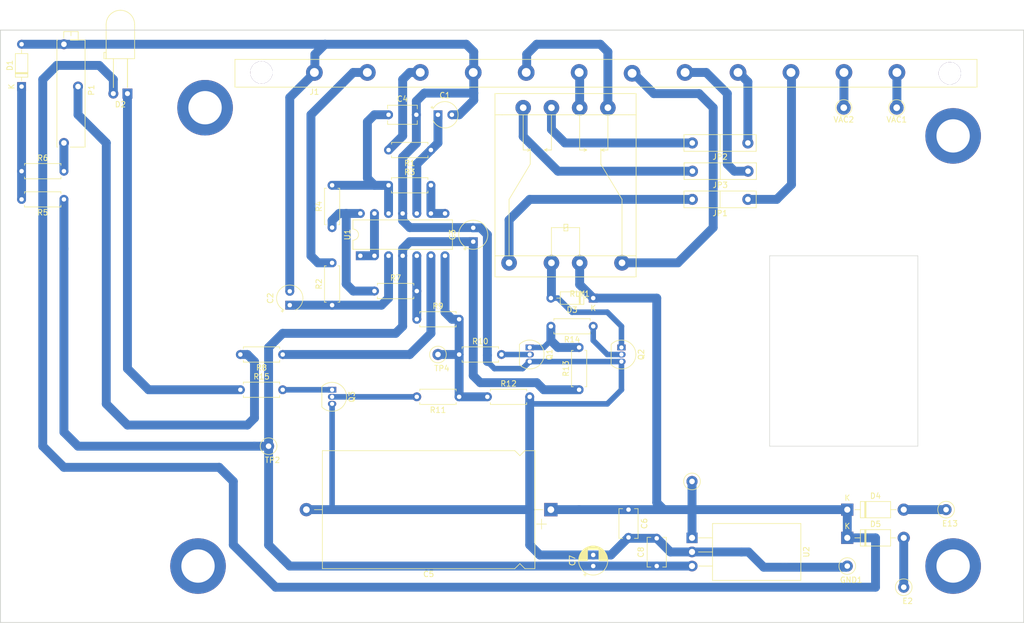
<source format=kicad_pcb>
(kicad_pcb (version 20171130) (host pcbnew 5.1.9+dfsg1-1+deb11u1)

  (general
    (thickness 1.6)
    (drawings 9)
    (tracks 227)
    (zones 0)
    (modules 47)
    (nets 38)
  )

  (page A4)
  (layers
    (0 F.Cu signal)
    (31 B.Cu signal)
    (32 B.Adhes user)
    (33 F.Adhes user)
    (34 B.Paste user)
    (35 F.Paste user)
    (36 B.SilkS user)
    (37 F.SilkS user)
    (38 B.Mask user)
    (39 F.Mask user)
    (40 Dwgs.User user)
    (41 Cmts.User user)
    (42 Eco1.User user)
    (43 Eco2.User user)
    (44 Edge.Cuts user)
    (45 Margin user)
    (46 B.CrtYd user)
    (47 F.CrtYd user)
    (48 B.Fab user)
    (49 F.Fab user)
  )

  (setup
    (last_trace_width 1.6)
    (user_trace_width 1)
    (user_trace_width 1.6)
    (trace_clearance 0.2)
    (zone_clearance 0.508)
    (zone_45_only no)
    (trace_min 0.2)
    (via_size 0.8)
    (via_drill 0.4)
    (via_min_size 0.4)
    (via_min_drill 0.3)
    (user_via 1.6 0.8)
    (uvia_size 0.3)
    (uvia_drill 0.1)
    (uvias_allowed no)
    (uvia_min_size 0.2)
    (uvia_min_drill 0.1)
    (edge_width 0.05)
    (segment_width 0.2)
    (pcb_text_width 0.3)
    (pcb_text_size 1.5 1.5)
    (mod_edge_width 0.12)
    (mod_text_size 1 1)
    (mod_text_width 0.15)
    (pad_size 1.524 1.524)
    (pad_drill 0.762)
    (pad_to_mask_clearance 0)
    (aux_axis_origin 0 0)
    (grid_origin 221.615 36.83)
    (visible_elements FFFFFF7F)
    (pcbplotparams
      (layerselection 0x010fc_ffffffff)
      (usegerberextensions false)
      (usegerberattributes true)
      (usegerberadvancedattributes true)
      (creategerberjobfile true)
      (excludeedgelayer true)
      (linewidth 0.100000)
      (plotframeref false)
      (viasonmask false)
      (mode 1)
      (useauxorigin false)
      (hpglpennumber 1)
      (hpglpenspeed 20)
      (hpglpendiameter 15.000000)
      (psnegative false)
      (psa4output false)
      (plotreference true)
      (plotvalue true)
      (plotinvisibletext false)
      (padsonsilk false)
      (subtractmaskfromsilk false)
      (outputformat 1)
      (mirror false)
      (drillshape 1)
      (scaleselection 1)
      (outputdirectory ""))
  )

  (net 0 "")
  (net 1 GND)
  (net 2 "Net-(C1-Pad1)")
  (net 3 "Net-(C2-Pad1)")
  (net 4 +12V)
  (net 5 "Net-(C4-Pad1)")
  (net 6 "Net-(D1-Pad1)")
  (net 7 "Net-(D2-Pad1)")
  (net 8 VR)
  (net 9 "Net-(D3-Pad2)")
  (net 10 "Net-(D4-Pad2)")
  (net 11 "Net-(D5-Pad2)")
  (net 12 "Net-(JP1-Pad1)")
  (net 13 /10)
  (net 14 /9)
  (net 15 "Net-(JP2-Pad1)")
  (net 16 "Net-(JP3-Pad1)")
  (net 17 /8)
  (net 18 "Net-(P1-Pad1)")
  (net 19 "Net-(P1-Pad2)")
  (net 20 "Net-(Q1-Pad2)")
  (net 21 "Net-(Q1-Pad1)")
  (net 22 "Net-(Q2-Pad2)")
  (net 23 "Net-(Q3-Pad1)")
  (net 24 "Net-(Q3-Pad2)")
  (net 25 /3)
  (net 26 /2)
  (net 27 "Net-(R3-Pad2)")
  (net 28 "Net-(R4-Pad1)")
  (net 29 "Net-(R7-Pad2)")
  (net 30 "Net-(R8-Pad1)")
  (net 31 "Net-(R10-Pad1)")
  (net 32 "Net-(U1-Pad1)")
  (net 33 /5)
  (net 34 /6)
  (net 35 /7)
  (net 36 /12)
  (net 37 /11)

  (net_class Default "This is the default net class."
    (clearance 0.2)
    (trace_width 0.25)
    (via_dia 0.8)
    (via_drill 0.4)
    (uvia_dia 0.3)
    (uvia_drill 0.1)
    (add_net +12V)
    (add_net /10)
    (add_net /11)
    (add_net /12)
    (add_net /2)
    (add_net /3)
    (add_net /5)
    (add_net /6)
    (add_net /7)
    (add_net /8)
    (add_net /9)
    (add_net GND)
    (add_net "Net-(C1-Pad1)")
    (add_net "Net-(C2-Pad1)")
    (add_net "Net-(C4-Pad1)")
    (add_net "Net-(D1-Pad1)")
    (add_net "Net-(D2-Pad1)")
    (add_net "Net-(D3-Pad2)")
    (add_net "Net-(D4-Pad2)")
    (add_net "Net-(D5-Pad2)")
    (add_net "Net-(JP1-Pad1)")
    (add_net "Net-(JP2-Pad1)")
    (add_net "Net-(JP3-Pad1)")
    (add_net "Net-(P1-Pad1)")
    (add_net "Net-(P1-Pad2)")
    (add_net "Net-(Q1-Pad1)")
    (add_net "Net-(Q1-Pad2)")
    (add_net "Net-(Q2-Pad2)")
    (add_net "Net-(Q3-Pad1)")
    (add_net "Net-(Q3-Pad2)")
    (add_net "Net-(R10-Pad1)")
    (add_net "Net-(R3-Pad2)")
    (add_net "Net-(R4-Pad1)")
    (add_net "Net-(R7-Pad2)")
    (add_net "Net-(R8-Pad1)")
    (add_net "Net-(U1-Pad1)")
    (add_net VR)
  )

  (net_class Double ""
    (clearance 0.2)
    (trace_width 0.5)
    (via_dia 0.8)
    (via_drill 0.4)
    (uvia_dia 0.3)
    (uvia_drill 0.1)
  )

  (module TestPoint:TestPoint_THTPad_D2.5mm_Drill1.2mm (layer F.Cu) (tedit 5A0F774F) (tstamp 64D60403)
    (at 221.615 43.18 180)
    (descr "THT pad as test Point, diameter 2.5mm, hole diameter 1.2mm ")
    (tags "test point THT pad")
    (path /64E348EE)
    (attr virtual)
    (fp_text reference VAC2 (at 0 -2.148) (layer F.SilkS)
      (effects (font (size 1 1) (thickness 0.15)))
    )
    (fp_text value VAC (at 0 2.25) (layer F.Fab)
      (effects (font (size 1 1) (thickness 0.15)))
    )
    (fp_text user %R (at 0 -2.15) (layer F.Fab)
      (effects (font (size 1 1) (thickness 0.15)))
    )
    (fp_circle (center 0 0) (end 1.75 0) (layer F.CrtYd) (width 0.05))
    (fp_circle (center 0 0) (end 0 1.45) (layer F.SilkS) (width 0.12))
    (pad 1 thru_hole circle (at 0 0 180) (size 2.5 2.5) (drill 1.2) (layers *.Cu *.Mask)
      (net 37 /11))
  )

  (module TestPoint:TestPoint_THTPad_D2.5mm_Drill1.2mm (layer F.Cu) (tedit 5A0F774F) (tstamp 64D603F6)
    (at 231.14 43.18 180)
    (descr "THT pad as test Point, diameter 2.5mm, hole diameter 1.2mm ")
    (tags "test point THT pad")
    (path /64E240EF)
    (attr virtual)
    (fp_text reference VAC1 (at 0 -2.148) (layer F.SilkS)
      (effects (font (size 1 1) (thickness 0.15)))
    )
    (fp_text value VAC (at 0 2.25) (layer F.Fab)
      (effects (font (size 1 1) (thickness 0.15)))
    )
    (fp_text user %R (at 0 -2.15) (layer F.Fab)
      (effects (font (size 1 1) (thickness 0.15)))
    )
    (fp_circle (center 0 0) (end 1.75 0) (layer F.CrtYd) (width 0.05))
    (fp_circle (center 0 0) (end 0 1.45) (layer F.SilkS) (width 0.12))
    (pad 1 thru_hole circle (at 0 0 180) (size 2.5 2.5) (drill 1.2) (layers *.Cu *.Mask)
      (net 36 /12))
  )

  (module AlarmUnit:MolexConnBarrierStrip12Pos-953mm (layer F.Cu) (tedit 64D51CDC) (tstamp 64D55A9E)
    (at 126.35 36.83)
    (path /64DB644C)
    (fp_text reference J1 (at 0 3.5) (layer F.SilkS)
      (effects (font (size 1 1) (thickness 0.15)))
    )
    (fp_text value Conn_01x12_Male (at 0 -3.5) (layer F.Fab)
      (effects (font (size 1 1) (thickness 0.15)))
    )
    (fp_line (start -14.295 -2.348) (end 119.25 -2.348) (layer F.SilkS) (width 0.12))
    (fp_line (start 119.25 -2.348) (end 119.25 2.652) (layer F.SilkS) (width 0.12))
    (fp_line (start 119.25 2.652) (end -14.295 2.652) (layer F.SilkS) (width 0.12))
    (fp_line (start -14.295 2.652) (end -14.295 -2.348) (layer F.SilkS) (width 0.12))
    (fp_line (start -6.08 -1.598) (end 109.72 -1.598) (layer F.CrtYd) (width 0.05))
    (fp_line (start 109.72 -1.598) (end 109.72 1.902) (layer F.CrtYd) (width 0.05))
    (fp_line (start 109.72 1.902) (end -6.08 1.902) (layer F.CrtYd) (width 0.05))
    (fp_line (start -6.08 1.902) (end -6.08 -1.598) (layer F.CrtYd) (width 0.05))
    (pad "" thru_hole circle (at 114.36 0.152) (size 4 4) (drill 4) (layers *.Cu *.Mask))
    (pad "" thru_hole circle (at -9.53 0) (size 4 4) (drill 4) (layers *.Cu *.Mask))
    (pad 12 thru_hole circle (at 104.83 0) (size 3 3) (drill 1.6) (layers *.Cu *.Mask)
      (net 36 /12))
    (pad 11 thru_hole circle (at 95.3 0) (size 3 3) (drill 1.6) (layers *.Cu *.Mask)
      (net 37 /11))
    (pad 10 thru_hole circle (at 85.77 0) (size 3 3) (drill 1.6) (layers *.Cu *.Mask)
      (net 13 /10))
    (pad 9 thru_hole circle (at 76.24 0) (size 3 3) (drill 1.6) (layers *.Cu *.Mask)
      (net 14 /9))
    (pad 8 thru_hole circle (at 66.71 0) (size 3 3) (drill 1.6) (layers *.Cu *.Mask)
      (net 17 /8))
    (pad 7 thru_hole circle (at 57.18 0.152) (size 3 3) (drill 1.6) (layers *.Cu *.Mask)
      (net 35 /7))
    (pad 6 thru_hole circle (at 47.65 0) (size 3 3) (drill 1.6) (layers *.Cu *.Mask)
      (net 34 /6))
    (pad 5 thru_hole circle (at 38.12 0) (size 3 3) (drill 1.6) (layers *.Cu *.Mask)
      (net 33 /5))
    (pad 4 thru_hole circle (at 28.59 0) (size 3 3) (drill 1.6) (layers *.Cu *.Mask)
      (net 1 GND))
    (pad 3 thru_hole circle (at 19.06 0) (size 3 3) (drill 1.6) (layers *.Cu *.Mask)
      (net 25 /3))
    (pad 2 thru_hole circle (at 9.53 0) (size 3 3) (drill 1.6) (layers *.Cu *.Mask)
      (net 26 /2))
    (pad 1 thru_hole circle (at 0 0) (size 3 3) (drill 1.6) (layers *.Cu *.Mask)
      (net 1 GND))
  )

  (module AlarmUnit:Relay_Pana-NC2D-JP-DC24V (layer F.Cu) (tedit 64D51124) (tstamp 64D3F98B)
    (at 174.09 76.2)
    (path /64E6AA08)
    (fp_text reference RLY1 (at 0 0.5) (layer F.SilkS)
      (effects (font (size 1 1) (thickness 0.15)))
    )
    (fp_text value NC2D-JP-DC24V (at 0 -0.5) (layer F.Fab)
      (effects (font (size 1 1) (thickness 0.15)))
    )
    (fp_text user %R (at -0.7 -8.83 180) (layer F.Fab)
      (effects (font (size 1 1) (thickness 0.15)))
    )
    (fp_line (start -13.97 -31.75) (end -15.24 -31.75) (layer F.SilkS) (width 0.12))
    (fp_line (start 8.89 -31.75) (end 10.16 -31.75) (layer F.SilkS) (width 0.12))
    (fp_line (start 8.89 -6.35) (end 10.16 -6.35) (layer F.SilkS) (width 0.12))
    (fp_line (start -13.97 -6.35) (end -15.24 -6.35) (layer F.SilkS) (width 0.12))
    (fp_line (start 8.89 -6.35) (end -13.97 -6.35) (layer F.SilkS) (width 0.12))
    (fp_line (start -13.97 -31.75) (end 8.89 -31.75) (layer F.SilkS) (width 0.12))
    (fp_line (start -15.24 -2.54) (end -15.24 -35.56) (layer F.SilkS) (width 0.12))
    (fp_line (start 10.16 -2.54) (end -15.24 -2.54) (layer F.SilkS) (width 0.12))
    (fp_line (start 10.16 -35.56) (end 10.16 -2.54) (layer F.SilkS) (width 0.12))
    (fp_line (start -15.24 -35.56) (end 10.16 -35.56) (layer F.SilkS) (width 0.12))
    (fp_line (start -2.13 -10.83) (end -2.13 -12.03) (layer F.SilkS) (width 0.12))
    (fp_line (start -2.83 -10.83) (end -2.13 -10.83) (layer F.SilkS) (width 0.12))
    (fp_line (start -2.13 -11.63) (end -2.83 -11.23) (layer F.SilkS) (width 0.12))
    (fp_line (start -2.13 -12.03) (end -2.83 -12.03) (layer F.SilkS) (width 0.12))
    (fp_line (start -2.83 -12.03) (end -2.83 -10.83) (layer F.SilkS) (width 0.12))
    (fp_line (start -10.16 -31.75) (end -10.16 -25.4) (layer F.SilkS) (width 0.12))
    (fp_line (start -10.16 -25.4) (end -8.89 -25.4) (layer F.SilkS) (width 0.12))
    (fp_line (start -5.08 -31.75) (end -5.08 -25.4) (layer F.SilkS) (width 0.12))
    (fp_line (start -5.08 -25.4) (end -6.35 -25.4) (layer F.SilkS) (width 0.12))
    (fp_line (start -12.7 -6.35) (end -12.7 -16.51) (layer F.SilkS) (width 0.12))
    (fp_line (start -12.7 -16.51) (end -8.89 -22.86) (layer F.SilkS) (width 0.12))
    (fp_line (start -8.89 -22.86) (end -8.89 -25.4) (layer F.SilkS) (width 0.12))
    (fp_line (start 0 -31.75) (end 0 -25.4) (layer F.SilkS) (width 0.12))
    (fp_line (start 0 -25.4) (end 1.27 -25.4) (layer F.SilkS) (width 0.12))
    (fp_line (start 5.08 -31.75) (end 5.08 -25.4) (layer F.SilkS) (width 0.12))
    (fp_line (start 5.08 -25.4) (end 3.81 -25.4) (layer F.SilkS) (width 0.12))
    (fp_line (start 7.62 -6.35) (end 7.62 -16.51) (layer F.SilkS) (width 0.12))
    (fp_line (start 7.62 -16.51) (end 3.81 -22.86) (layer F.SilkS) (width 0.12))
    (fp_line (start 3.81 -22.86) (end 3.81 -25.4) (layer F.SilkS) (width 0.12))
    (fp_line (start -8.89 -25.4) (end -9.398 -25.146) (layer F.SilkS) (width 0.12))
    (fp_line (start -8.89 -25.4) (end -9.398 -25.654) (layer F.SilkS) (width 0.12))
    (fp_line (start -6.35 -25.4) (end -5.842 -25.654) (layer F.SilkS) (width 0.12))
    (fp_line (start -5.842 -25.654) (end -6.35 -25.4) (layer F.SilkS) (width 0.12))
    (fp_line (start -6.35 -25.4) (end -5.842 -25.146) (layer F.SilkS) (width 0.12))
    (fp_line (start 1.27 -25.4) (end 0.762 -25.654) (layer F.SilkS) (width 0.12))
    (fp_line (start 0.762 -25.654) (end 1.27 -25.4) (layer F.SilkS) (width 0.12))
    (fp_line (start 1.27 -25.4) (end 0.762 -25.146) (layer F.SilkS) (width 0.12))
    (fp_line (start 3.81 -25.4) (end 4.445 -25.654) (layer F.SilkS) (width 0.12))
    (fp_line (start 3.81 -25.4) (end 4.445 -25.146) (layer F.SilkS) (width 0.12))
    (fp_line (start 3.81 -25.654) (end 3.81 -25.273) (layer F.SilkS) (width 0.12))
    (fp_line (start -8.89 -25.4) (end -8.89 -25.654) (layer F.SilkS) (width 0.12))
    (fp_line (start -5.08 -6.35) (end -5.08 -11.43) (layer F.SilkS) (width 0.12))
    (fp_line (start 0 -6.35) (end 0 -11.43) (layer F.SilkS) (width 0.12))
    (fp_line (start 0 -11.43) (end -5.08 -11.43) (layer F.SilkS) (width 0.12))
    (pad 14 thru_hole circle (at 5.08 -33.02 90) (size 2.8 2.8) (drill 1.2) (layers *.Cu *.Mask)
      (net 33 /5))
    (pad 13 thru_hole circle (at 0 -33.02 90) (size 2.8 2.8) (drill 1.2) (layers *.Cu *.Mask)
      (net 34 /6))
    (pad 12 thru_hole circle (at -5.08 -33.02 90) (size 2.8 2.8) (drill 1.2) (layers *.Cu *.Mask)
      (net 15 "Net-(JP2-Pad1)"))
    (pad 11 thru_hole circle (at -10.16 -33.02 90) (size 2.8 2.8) (drill 1.2) (layers *.Cu *.Mask)
      (net 16 "Net-(JP3-Pad1)"))
    (pad 2 thru_hole circle (at 7.62 -5.08 90) (size 2.8 2.8) (drill 1.2) (layers *.Cu *.Mask)
      (net 35 /7))
    (pad 4 thru_hole circle (at 0 -5.08 90) (size 2.8 2.8) (drill 1.2) (layers *.Cu *.Mask)
      (net 8 VR))
    (pad 5 thru_hole circle (at -5.08 -5.08 90) (size 2.8 2.8) (drill 1.2) (layers *.Cu *.Mask)
      (net 9 "Net-(D3-Pad2)"))
    (pad 7 thru_hole circle (at -12.7 -5.08 90) (size 2.8 2.8) (drill 1.2) (layers *.Cu *.Mask)
      (net 12 "Net-(JP1-Pad1)"))
  )

  (module TestPoint:TestPoint_Loop_D1.80mm_Drill1.0mm_Beaded (layer F.Cu) (tedit 5A0F774F) (tstamp 64D5CC0E)
    (at 222.25 125.73)
    (descr "wire loop with bead as test point, loop diameter 1.8mm, hole diameter 1.0mm")
    (tags "test point wire loop bead")
    (path /64E15C9F)
    (fp_text reference GND1 (at 0.7 2.5) (layer F.SilkS)
      (effects (font (size 1 1) (thickness 0.15)))
    )
    (fp_text value GND (at 0 -2.8) (layer F.Fab)
      (effects (font (size 1 1) (thickness 0.15)))
    )
    (fp_text user %R (at 0.7 2.5) (layer F.Fab)
      (effects (font (size 1 1) (thickness 0.15)))
    )
    (fp_circle (center 0 0) (end 1.8 0) (layer F.CrtYd) (width 0.05))
    (fp_circle (center 0 0) (end 1.5 0) (layer F.SilkS) (width 0.12))
    (fp_line (start -0.9 -0.2) (end 0.9 -0.2) (layer F.Fab) (width 0.12))
    (fp_line (start 0.9 -0.2) (end 0.9 0.2) (layer F.Fab) (width 0.12))
    (fp_line (start 0.9 0.2) (end -0.9 0.2) (layer F.Fab) (width 0.12))
    (fp_line (start -0.9 0.2) (end -0.9 -0.2) (layer F.Fab) (width 0.12))
    (fp_circle (center 0 0) (end 1.3 0) (layer F.Fab) (width 0.12))
    (pad 1 thru_hole circle (at 0 0) (size 2 2) (drill 1) (layers *.Cu *.Mask)
      (net 1 GND))
    (model ${KISYS3DMOD}/TestPoint.3dshapes/TestPoint_Loop_D1.80mm_Drill1.0mm_Beaded.wrl
      (at (xyz 0 0 0))
      (scale (xyz 1 1 1))
      (rotate (xyz 0 0 0))
    )
  )

  (module Resistor_THT:R_Axial_DIN0207_L6.3mm_D2.5mm_P7.62mm_Horizontal (layer F.Cu) (tedit 5AE5139B) (tstamp 64D15DFF)
    (at 113.03 93.98)
    (descr "Resistor, Axial_DIN0207 series, Axial, Horizontal, pin pitch=7.62mm, 0.25W = 1/4W, length*diameter=6.3*2.5mm^2, http://cdn-reichelt.de/documents/datenblatt/B400/1_4W%23YAG.pdf")
    (tags "Resistor Axial_DIN0207 series Axial Horizontal pin pitch 7.62mm 0.25W = 1/4W length 6.3mm diameter 2.5mm")
    (path /64D1F217)
    (fp_text reference R15 (at 3.81 -2.37) (layer F.SilkS)
      (effects (font (size 1 1) (thickness 0.15)))
    )
    (fp_text value 2.2K (at 3.81 2.37) (layer F.Fab)
      (effects (font (size 1 1) (thickness 0.15)))
    )
    (fp_line (start 8.67 -1.5) (end -1.05 -1.5) (layer F.CrtYd) (width 0.05))
    (fp_line (start 8.67 1.5) (end 8.67 -1.5) (layer F.CrtYd) (width 0.05))
    (fp_line (start -1.05 1.5) (end 8.67 1.5) (layer F.CrtYd) (width 0.05))
    (fp_line (start -1.05 -1.5) (end -1.05 1.5) (layer F.CrtYd) (width 0.05))
    (fp_line (start 7.08 1.37) (end 7.08 1.04) (layer F.SilkS) (width 0.12))
    (fp_line (start 0.54 1.37) (end 7.08 1.37) (layer F.SilkS) (width 0.12))
    (fp_line (start 0.54 1.04) (end 0.54 1.37) (layer F.SilkS) (width 0.12))
    (fp_line (start 7.08 -1.37) (end 7.08 -1.04) (layer F.SilkS) (width 0.12))
    (fp_line (start 0.54 -1.37) (end 7.08 -1.37) (layer F.SilkS) (width 0.12))
    (fp_line (start 0.54 -1.04) (end 0.54 -1.37) (layer F.SilkS) (width 0.12))
    (fp_line (start 7.62 0) (end 6.96 0) (layer F.Fab) (width 0.1))
    (fp_line (start 0 0) (end 0.66 0) (layer F.Fab) (width 0.1))
    (fp_line (start 6.96 -1.25) (end 0.66 -1.25) (layer F.Fab) (width 0.1))
    (fp_line (start 6.96 1.25) (end 6.96 -1.25) (layer F.Fab) (width 0.1))
    (fp_line (start 0.66 1.25) (end 6.96 1.25) (layer F.Fab) (width 0.1))
    (fp_line (start 0.66 -1.25) (end 0.66 1.25) (layer F.Fab) (width 0.1))
    (fp_text user %R (at 3.81 0) (layer F.Fab)
      (effects (font (size 1 1) (thickness 0.15)))
    )
    (pad 1 thru_hole circle (at 0 0) (size 1.6 1.6) (drill 0.8) (layers *.Cu *.Mask)
      (net 7 "Net-(D2-Pad1)"))
    (pad 2 thru_hole oval (at 7.62 0) (size 1.6 1.6) (drill 0.8) (layers *.Cu *.Mask)
      (net 23 "Net-(Q3-Pad1)"))
    (model ${KISYS3DMOD}/Resistor_THT.3dshapes/R_Axial_DIN0207_L6.3mm_D2.5mm_P7.62mm_Horizontal.wrl
      (at (xyz 0 0 0))
      (scale (xyz 1 1 1))
      (rotate (xyz 0 0 0))
    )
  )

  (module AlarmUnit:WiredJumper (layer F.Cu) (tedit 0) (tstamp 64D15C50)
    (at 199.39 54.61)
    (path /64EA9CA2)
    (fp_text reference JP3 (at 0 2.5) (layer F.SilkS)
      (effects (font (size 1 1) (thickness 0.15)))
    )
    (fp_text value Jumper (at 0 -2.5) (layer F.Fab)
      (effects (font (size 1 1) (thickness 0.15)))
    )
    (fp_line (start -6.5 -1.5) (end 6.5 -1.5) (layer F.SilkS) (width 0.12))
    (fp_line (start 6.5 -1.5) (end 6.5 1.5) (layer F.SilkS) (width 0.12))
    (fp_line (start 6.5 1.5) (end -6.5 1.5) (layer F.SilkS) (width 0.12))
    (fp_line (start -6.5 1.5) (end -6.5 -1.5) (layer F.SilkS) (width 0.12))
    (fp_line (start 0 -1.5) (end 0 1.5) (layer F.SilkS) (width 0.12))
    (fp_line (start -6.25 -1.25) (end 6.25 -1.25) (layer F.CrtYd) (width 0.05))
    (fp_line (start 6.25 -1.25) (end 6.25 1.25) (layer F.CrtYd) (width 0.05))
    (fp_line (start 6.25 1.25) (end -6.25 1.25) (layer F.CrtYd) (width 0.05))
    (fp_line (start -6.25 1.25) (end -6.25 -1.25) (layer F.CrtYd) (width 0.05))
    (pad 2 thru_hole circle (at 5 0) (size 2 2) (drill 1) (layers *.Cu *.Mask)
      (net 17 /8))
    (pad 1 thru_hole circle (at -5 0) (size 2 2) (drill 1) (layers *.Cu *.Mask)
      (net 16 "Net-(JP3-Pad1)"))
  )

  (module AlarmUnit:WiredJumper (layer F.Cu) (tedit 0) (tstamp 64D15C3A)
    (at 199.36 49.53)
    (path /64EA8D41)
    (fp_text reference JP2 (at 0 2.5) (layer F.SilkS)
      (effects (font (size 1 1) (thickness 0.15)))
    )
    (fp_text value Jumper (at 0 -2.5) (layer F.Fab)
      (effects (font (size 1 1) (thickness 0.15)))
    )
    (fp_line (start -6.5 -1.5) (end 6.5 -1.5) (layer F.SilkS) (width 0.12))
    (fp_line (start 6.5 -1.5) (end 6.5 1.5) (layer F.SilkS) (width 0.12))
    (fp_line (start 6.5 1.5) (end -6.5 1.5) (layer F.SilkS) (width 0.12))
    (fp_line (start -6.5 1.5) (end -6.5 -1.5) (layer F.SilkS) (width 0.12))
    (fp_line (start 0 -1.5) (end 0 1.5) (layer F.SilkS) (width 0.12))
    (fp_line (start -6.25 -1.25) (end 6.25 -1.25) (layer F.CrtYd) (width 0.05))
    (fp_line (start 6.25 -1.25) (end 6.25 1.25) (layer F.CrtYd) (width 0.05))
    (fp_line (start 6.25 1.25) (end -6.25 1.25) (layer F.CrtYd) (width 0.05))
    (fp_line (start -6.25 1.25) (end -6.25 -1.25) (layer F.CrtYd) (width 0.05))
    (pad 2 thru_hole circle (at 5 0) (size 2 2) (drill 1) (layers *.Cu *.Mask)
      (net 14 /9))
    (pad 1 thru_hole circle (at -5 0) (size 2 2) (drill 1) (layers *.Cu *.Mask)
      (net 15 "Net-(JP2-Pad1)"))
  )

  (module AlarmUnit:WiredJumper (layer F.Cu) (tedit 0) (tstamp 64D15C24)
    (at 199.36 59.69)
    (path /64EA793E)
    (fp_text reference JP1 (at 0 2.5) (layer F.SilkS)
      (effects (font (size 1 1) (thickness 0.15)))
    )
    (fp_text value Jumper (at 0 -2.5) (layer F.Fab)
      (effects (font (size 1 1) (thickness 0.15)))
    )
    (fp_line (start -6.5 -1.5) (end 6.5 -1.5) (layer F.SilkS) (width 0.12))
    (fp_line (start 6.5 -1.5) (end 6.5 1.5) (layer F.SilkS) (width 0.12))
    (fp_line (start 6.5 1.5) (end -6.5 1.5) (layer F.SilkS) (width 0.12))
    (fp_line (start -6.5 1.5) (end -6.5 -1.5) (layer F.SilkS) (width 0.12))
    (fp_line (start 0 -1.5) (end 0 1.5) (layer F.SilkS) (width 0.12))
    (fp_line (start -6.25 -1.25) (end 6.25 -1.25) (layer F.CrtYd) (width 0.05))
    (fp_line (start 6.25 -1.25) (end 6.25 1.25) (layer F.CrtYd) (width 0.05))
    (fp_line (start 6.25 1.25) (end -6.25 1.25) (layer F.CrtYd) (width 0.05))
    (fp_line (start -6.25 1.25) (end -6.25 -1.25) (layer F.CrtYd) (width 0.05))
    (pad 2 thru_hole circle (at 5 0) (size 2 2) (drill 1) (layers *.Cu *.Mask)
      (net 13 /10))
    (pad 1 thru_hole circle (at -5 0) (size 2 2) (drill 1) (layers *.Cu *.Mask)
      (net 12 "Net-(JP1-Pad1)"))
  )

  (module Package_TO_SOT_THT:TO-220-3_Horizontal_TabDown (layer F.Cu) (tedit 5AC8BA0D) (tstamp 64D16FF7)
    (at 194.31 120.65 270)
    (descr "TO-220-3, Horizontal, RM 2.54mm, see https://www.vishay.com/docs/66542/to-220-1.pdf")
    (tags "TO-220-3 Horizontal RM 2.54mm")
    (path /64D9180B)
    (fp_text reference U2 (at 2.54 -20.58 90) (layer F.SilkS)
      (effects (font (size 1 1) (thickness 0.15)))
    )
    (fp_text value L7812 (at 2.54 2 90) (layer F.Fab)
      (effects (font (size 1 1) (thickness 0.15)))
    )
    (fp_line (start 7.79 -19.71) (end -2.71 -19.71) (layer F.CrtYd) (width 0.05))
    (fp_line (start 7.79 1.25) (end 7.79 -19.71) (layer F.CrtYd) (width 0.05))
    (fp_line (start -2.71 1.25) (end 7.79 1.25) (layer F.CrtYd) (width 0.05))
    (fp_line (start -2.71 -19.71) (end -2.71 1.25) (layer F.CrtYd) (width 0.05))
    (fp_line (start 5.08 -3.69) (end 5.08 -1.15) (layer F.SilkS) (width 0.12))
    (fp_line (start 2.54 -3.69) (end 2.54 -1.15) (layer F.SilkS) (width 0.12))
    (fp_line (start 0 -3.69) (end 0 -1.15) (layer F.SilkS) (width 0.12))
    (fp_line (start 7.66 -19.58) (end 7.66 -3.69) (layer F.SilkS) (width 0.12))
    (fp_line (start -2.58 -19.58) (end -2.58 -3.69) (layer F.SilkS) (width 0.12))
    (fp_line (start -2.58 -19.58) (end 7.66 -19.58) (layer F.SilkS) (width 0.12))
    (fp_line (start -2.58 -3.69) (end 7.66 -3.69) (layer F.SilkS) (width 0.12))
    (fp_line (start 5.08 -3.81) (end 5.08 0) (layer F.Fab) (width 0.1))
    (fp_line (start 2.54 -3.81) (end 2.54 0) (layer F.Fab) (width 0.1))
    (fp_line (start 0 -3.81) (end 0 0) (layer F.Fab) (width 0.1))
    (fp_line (start 7.54 -3.81) (end -2.46 -3.81) (layer F.Fab) (width 0.1))
    (fp_line (start 7.54 -13.06) (end 7.54 -3.81) (layer F.Fab) (width 0.1))
    (fp_line (start -2.46 -13.06) (end 7.54 -13.06) (layer F.Fab) (width 0.1))
    (fp_line (start -2.46 -3.81) (end -2.46 -13.06) (layer F.Fab) (width 0.1))
    (fp_line (start 7.54 -13.06) (end -2.46 -13.06) (layer F.Fab) (width 0.1))
    (fp_line (start 7.54 -19.46) (end 7.54 -13.06) (layer F.Fab) (width 0.1))
    (fp_line (start -2.46 -19.46) (end 7.54 -19.46) (layer F.Fab) (width 0.1))
    (fp_line (start -2.46 -13.06) (end -2.46 -19.46) (layer F.Fab) (width 0.1))
    (fp_circle (center 2.54 -16.66) (end 4.39 -16.66) (layer F.Fab) (width 0.1))
    (fp_text user %R (at 2.54 -20.58 90) (layer F.Fab)
      (effects (font (size 1 1) (thickness 0.15)))
    )
    (pad "" np_thru_hole oval (at 2.54 -16.66 270) (size 3.5 3.5) (drill 3.5) (layers *.Cu *.Mask))
    (pad 1 thru_hole rect (at 0 0 270) (size 1.905 2) (drill 1.1) (layers *.Cu *.Mask)
      (net 8 VR))
    (pad 2 thru_hole oval (at 2.54 0 270) (size 1.905 2) (drill 1.1) (layers *.Cu *.Mask)
      (net 1 GND))
    (pad 3 thru_hole oval (at 5.08 0 270) (size 1.905 2) (drill 1.1) (layers *.Cu *.Mask)
      (net 4 +12V))
    (model ${KISYS3DMOD}/Package_TO_SOT_THT.3dshapes/TO-220-3_Horizontal_TabDown.wrl
      (at (xyz 0 0 0))
      (scale (xyz 1 1 1))
      (rotate (xyz 0 0 0))
    )
  )

  (module TestPoint:TestPoint_Loop_D1.80mm_Drill1.0mm_Beaded (layer F.Cu) (tedit 5A0F774F) (tstamp 64D235B1)
    (at 232.41 129.54)
    (descr "wire loop with bead as test point, loop diameter 1.8mm, hole diameter 1.0mm")
    (tags "test point wire loop bead")
    (path /64FA67ED)
    (fp_text reference E2 (at 0.7 2.5) (layer F.SilkS)
      (effects (font (size 1 1) (thickness 0.15)))
    )
    (fp_text value VAC (at 0 -2.8) (layer F.Fab)
      (effects (font (size 1 1) (thickness 0.15)))
    )
    (fp_circle (center 0 0) (end 1.8 0) (layer F.CrtYd) (width 0.05))
    (fp_circle (center 0 0) (end 1.5 0) (layer F.SilkS) (width 0.12))
    (fp_line (start -0.9 -0.2) (end 0.9 -0.2) (layer F.Fab) (width 0.12))
    (fp_line (start 0.9 -0.2) (end 0.9 0.2) (layer F.Fab) (width 0.12))
    (fp_line (start 0.9 0.2) (end -0.9 0.2) (layer F.Fab) (width 0.12))
    (fp_line (start -0.9 0.2) (end -0.9 -0.2) (layer F.Fab) (width 0.12))
    (fp_circle (center 0 0) (end 1.3 0) (layer F.Fab) (width 0.12))
    (fp_text user %R (at 0.7 2.5) (layer F.Fab)
      (effects (font (size 1 1) (thickness 0.15)))
    )
    (pad 1 thru_hole circle (at 0 0) (size 2 2) (drill 1) (layers *.Cu *.Mask)
      (net 11 "Net-(D5-Pad2)"))
    (model ${KISYS3DMOD}/TestPoint.3dshapes/TestPoint_Loop_D1.80mm_Drill1.0mm_Beaded.wrl
      (at (xyz 0 0 0))
      (scale (xyz 1 1 1))
      (rotate (xyz 0 0 0))
    )
  )

  (module TestPoint:TestPoint_Loop_D1.80mm_Drill1.0mm_Beaded (layer F.Cu) (tedit 5A0F774F) (tstamp 64D235A4)
    (at 240.03 115.57)
    (descr "wire loop with bead as test point, loop diameter 1.8mm, hole diameter 1.0mm")
    (tags "test point wire loop bead")
    (path /64F9EC25)
    (fp_text reference E13 (at 0.7 2.5) (layer F.SilkS)
      (effects (font (size 1 1) (thickness 0.15)))
    )
    (fp_text value VAC (at 0 -2.8) (layer F.Fab)
      (effects (font (size 1 1) (thickness 0.15)))
    )
    (fp_circle (center 0 0) (end 1.8 0) (layer F.CrtYd) (width 0.05))
    (fp_circle (center 0 0) (end 1.5 0) (layer F.SilkS) (width 0.12))
    (fp_line (start -0.9 -0.2) (end 0.9 -0.2) (layer F.Fab) (width 0.12))
    (fp_line (start 0.9 -0.2) (end 0.9 0.2) (layer F.Fab) (width 0.12))
    (fp_line (start 0.9 0.2) (end -0.9 0.2) (layer F.Fab) (width 0.12))
    (fp_line (start -0.9 0.2) (end -0.9 -0.2) (layer F.Fab) (width 0.12))
    (fp_circle (center 0 0) (end 1.3 0) (layer F.Fab) (width 0.12))
    (fp_text user %R (at 0.7 2.5) (layer F.Fab)
      (effects (font (size 1 1) (thickness 0.15)))
    )
    (pad 1 thru_hole circle (at 0 0) (size 2 2) (drill 1) (layers *.Cu *.Mask)
      (net 10 "Net-(D4-Pad2)"))
    (model ${KISYS3DMOD}/TestPoint.3dshapes/TestPoint_Loop_D1.80mm_Drill1.0mm_Beaded.wrl
      (at (xyz 0 0 0))
      (scale (xyz 1 1 1))
      (rotate (xyz 0 0 0))
    )
  )

  (module TestPoint:TestPoint_Loop_D1.80mm_Drill1.0mm_Beaded (layer F.Cu) (tedit 5A0F774F) (tstamp 64D222CB)
    (at 194.31 110.49)
    (descr "wire loop with bead as test point, loop diameter 1.8mm, hole diameter 1.0mm")
    (tags "test point wire loop bead")
    (path /64F7A7CD)
    (fp_text reference VR1 (at 0.7 2.5) (layer F.SilkS) hide
      (effects (font (size 1 1) (thickness 0.15)))
    )
    (fp_text value VR (at 0 -2.8) (layer F.Fab)
      (effects (font (size 1 1) (thickness 0.15)))
    )
    (fp_circle (center 0 0) (end 1.8 0) (layer F.CrtYd) (width 0.05))
    (fp_circle (center 0 0) (end 1.5 0) (layer F.SilkS) (width 0.12))
    (fp_line (start -0.9 -0.2) (end 0.9 -0.2) (layer F.Fab) (width 0.12))
    (fp_line (start 0.9 -0.2) (end 0.9 0.2) (layer F.Fab) (width 0.12))
    (fp_line (start 0.9 0.2) (end -0.9 0.2) (layer F.Fab) (width 0.12))
    (fp_line (start -0.9 0.2) (end -0.9 -0.2) (layer F.Fab) (width 0.12))
    (fp_circle (center 0 0) (end 1.3 0) (layer F.Fab) (width 0.12))
    (fp_text user %R (at 0.7 2.5) (layer F.Fab)
      (effects (font (size 1 1) (thickness 0.15)))
    )
    (pad 1 thru_hole circle (at 0 0) (size 2 2) (drill 1) (layers *.Cu *.Mask)
      (net 8 VR))
    (model ${KISYS3DMOD}/TestPoint.3dshapes/TestPoint_Loop_D1.80mm_Drill1.0mm_Beaded.wrl
      (at (xyz 0 0 0))
      (scale (xyz 1 1 1))
      (rotate (xyz 0 0 0))
    )
  )

  (module TestPoint:TestPoint_Loop_D1.80mm_Drill1.0mm_Beaded (layer F.Cu) (tedit 5A0F774F) (tstamp 64D15E1B)
    (at 148.59 87.63)
    (descr "wire loop with bead as test point, loop diameter 1.8mm, hole diameter 1.0mm")
    (tags "test point wire loop bead")
    (path /64DCA557)
    (fp_text reference TP4 (at 0.7 2.5) (layer F.SilkS)
      (effects (font (size 1 1) (thickness 0.15)))
    )
    (fp_text value TestPoint (at 0 -2.8) (layer F.Fab)
      (effects (font (size 1 1) (thickness 0.15)))
    )
    (fp_circle (center 0 0) (end 1.8 0) (layer F.CrtYd) (width 0.05))
    (fp_circle (center 0 0) (end 1.5 0) (layer F.SilkS) (width 0.12))
    (fp_line (start -0.9 -0.2) (end 0.9 -0.2) (layer F.Fab) (width 0.12))
    (fp_line (start 0.9 -0.2) (end 0.9 0.2) (layer F.Fab) (width 0.12))
    (fp_line (start 0.9 0.2) (end -0.9 0.2) (layer F.Fab) (width 0.12))
    (fp_line (start -0.9 0.2) (end -0.9 -0.2) (layer F.Fab) (width 0.12))
    (fp_circle (center 0 0) (end 1.3 0) (layer F.Fab) (width 0.12))
    (fp_text user %R (at 0.7 2.5) (layer F.Fab)
      (effects (font (size 1 1) (thickness 0.15)))
    )
    (pad 1 thru_hole circle (at 0 0) (size 2 2) (drill 1) (layers *.Cu *.Mask)
      (net 31 "Net-(R10-Pad1)"))
    (model ${KISYS3DMOD}/TestPoint.3dshapes/TestPoint_Loop_D1.80mm_Drill1.0mm_Beaded.wrl
      (at (xyz 0 0 0))
      (scale (xyz 1 1 1))
      (rotate (xyz 0 0 0))
    )
  )

  (module TestPoint:TestPoint_Loop_D1.80mm_Drill1.0mm_Beaded (layer F.Cu) (tedit 5A0F774F) (tstamp 64D15E0D)
    (at 118.11 104.14)
    (descr "wire loop with bead as test point, loop diameter 1.8mm, hole diameter 1.0mm")
    (tags "test point wire loop bead")
    (path /64F610BC)
    (fp_text reference TP2 (at 0.7 2.5) (layer F.SilkS)
      (effects (font (size 1 1) (thickness 0.15)))
    )
    (fp_text value TestPoint (at 0 -2.8) (layer F.Fab)
      (effects (font (size 1 1) (thickness 0.15)))
    )
    (fp_circle (center 0 0) (end 1.8 0) (layer F.CrtYd) (width 0.05))
    (fp_circle (center 0 0) (end 1.5 0) (layer F.SilkS) (width 0.12))
    (fp_line (start -0.9 -0.2) (end 0.9 -0.2) (layer F.Fab) (width 0.12))
    (fp_line (start 0.9 -0.2) (end 0.9 0.2) (layer F.Fab) (width 0.12))
    (fp_line (start 0.9 0.2) (end -0.9 0.2) (layer F.Fab) (width 0.12))
    (fp_line (start -0.9 0.2) (end -0.9 -0.2) (layer F.Fab) (width 0.12))
    (fp_circle (center 0 0) (end 1.3 0) (layer F.Fab) (width 0.12))
    (fp_text user %R (at 0.7 2.5) (layer F.Fab)
      (effects (font (size 1 1) (thickness 0.15)))
    )
    (pad 1 thru_hole circle (at 0 0) (size 2 2) (drill 1) (layers *.Cu *.Mask)
      (net 4 +12V))
    (model ${KISYS3DMOD}/TestPoint.3dshapes/TestPoint_Loop_D1.80mm_Drill1.0mm_Beaded.wrl
      (at (xyz 0 0 0))
      (scale (xyz 1 1 1))
      (rotate (xyz 0 0 0))
    )
  )

  (module Capacitor_THT:CP_Radial_D5.0mm_P2.00mm (layer F.Cu) (tedit 5AE50EF0) (tstamp 64D15AE4)
    (at 176.53 125.73 90)
    (descr "CP, Radial series, Radial, pin pitch=2.00mm, , diameter=5mm, Electrolytic Capacitor")
    (tags "CP Radial series Radial pin pitch 2.00mm  diameter 5mm Electrolytic Capacitor")
    (path /64F52891)
    (fp_text reference C7 (at 1 -3.75 90) (layer F.SilkS)
      (effects (font (size 1 1) (thickness 0.15)))
    )
    (fp_text value 47uF (at 1 3.75 90) (layer F.Fab)
      (effects (font (size 1 1) (thickness 0.15)))
    )
    (fp_circle (center 1 0) (end 3.5 0) (layer F.Fab) (width 0.1))
    (fp_circle (center 1 0) (end 3.62 0) (layer F.SilkS) (width 0.12))
    (fp_circle (center 1 0) (end 3.75 0) (layer F.CrtYd) (width 0.05))
    (fp_line (start -1.133605 -1.0875) (end -0.633605 -1.0875) (layer F.Fab) (width 0.1))
    (fp_line (start -0.883605 -1.3375) (end -0.883605 -0.8375) (layer F.Fab) (width 0.1))
    (fp_line (start 1 1.04) (end 1 2.58) (layer F.SilkS) (width 0.12))
    (fp_line (start 1 -2.58) (end 1 -1.04) (layer F.SilkS) (width 0.12))
    (fp_line (start 1.04 1.04) (end 1.04 2.58) (layer F.SilkS) (width 0.12))
    (fp_line (start 1.04 -2.58) (end 1.04 -1.04) (layer F.SilkS) (width 0.12))
    (fp_line (start 1.08 -2.579) (end 1.08 -1.04) (layer F.SilkS) (width 0.12))
    (fp_line (start 1.08 1.04) (end 1.08 2.579) (layer F.SilkS) (width 0.12))
    (fp_line (start 1.12 -2.578) (end 1.12 -1.04) (layer F.SilkS) (width 0.12))
    (fp_line (start 1.12 1.04) (end 1.12 2.578) (layer F.SilkS) (width 0.12))
    (fp_line (start 1.16 -2.576) (end 1.16 -1.04) (layer F.SilkS) (width 0.12))
    (fp_line (start 1.16 1.04) (end 1.16 2.576) (layer F.SilkS) (width 0.12))
    (fp_line (start 1.2 -2.573) (end 1.2 -1.04) (layer F.SilkS) (width 0.12))
    (fp_line (start 1.2 1.04) (end 1.2 2.573) (layer F.SilkS) (width 0.12))
    (fp_line (start 1.24 -2.569) (end 1.24 -1.04) (layer F.SilkS) (width 0.12))
    (fp_line (start 1.24 1.04) (end 1.24 2.569) (layer F.SilkS) (width 0.12))
    (fp_line (start 1.28 -2.565) (end 1.28 -1.04) (layer F.SilkS) (width 0.12))
    (fp_line (start 1.28 1.04) (end 1.28 2.565) (layer F.SilkS) (width 0.12))
    (fp_line (start 1.32 -2.561) (end 1.32 -1.04) (layer F.SilkS) (width 0.12))
    (fp_line (start 1.32 1.04) (end 1.32 2.561) (layer F.SilkS) (width 0.12))
    (fp_line (start 1.36 -2.556) (end 1.36 -1.04) (layer F.SilkS) (width 0.12))
    (fp_line (start 1.36 1.04) (end 1.36 2.556) (layer F.SilkS) (width 0.12))
    (fp_line (start 1.4 -2.55) (end 1.4 -1.04) (layer F.SilkS) (width 0.12))
    (fp_line (start 1.4 1.04) (end 1.4 2.55) (layer F.SilkS) (width 0.12))
    (fp_line (start 1.44 -2.543) (end 1.44 -1.04) (layer F.SilkS) (width 0.12))
    (fp_line (start 1.44 1.04) (end 1.44 2.543) (layer F.SilkS) (width 0.12))
    (fp_line (start 1.48 -2.536) (end 1.48 -1.04) (layer F.SilkS) (width 0.12))
    (fp_line (start 1.48 1.04) (end 1.48 2.536) (layer F.SilkS) (width 0.12))
    (fp_line (start 1.52 -2.528) (end 1.52 -1.04) (layer F.SilkS) (width 0.12))
    (fp_line (start 1.52 1.04) (end 1.52 2.528) (layer F.SilkS) (width 0.12))
    (fp_line (start 1.56 -2.52) (end 1.56 -1.04) (layer F.SilkS) (width 0.12))
    (fp_line (start 1.56 1.04) (end 1.56 2.52) (layer F.SilkS) (width 0.12))
    (fp_line (start 1.6 -2.511) (end 1.6 -1.04) (layer F.SilkS) (width 0.12))
    (fp_line (start 1.6 1.04) (end 1.6 2.511) (layer F.SilkS) (width 0.12))
    (fp_line (start 1.64 -2.501) (end 1.64 -1.04) (layer F.SilkS) (width 0.12))
    (fp_line (start 1.64 1.04) (end 1.64 2.501) (layer F.SilkS) (width 0.12))
    (fp_line (start 1.68 -2.491) (end 1.68 -1.04) (layer F.SilkS) (width 0.12))
    (fp_line (start 1.68 1.04) (end 1.68 2.491) (layer F.SilkS) (width 0.12))
    (fp_line (start 1.721 -2.48) (end 1.721 -1.04) (layer F.SilkS) (width 0.12))
    (fp_line (start 1.721 1.04) (end 1.721 2.48) (layer F.SilkS) (width 0.12))
    (fp_line (start 1.761 -2.468) (end 1.761 -1.04) (layer F.SilkS) (width 0.12))
    (fp_line (start 1.761 1.04) (end 1.761 2.468) (layer F.SilkS) (width 0.12))
    (fp_line (start 1.801 -2.455) (end 1.801 -1.04) (layer F.SilkS) (width 0.12))
    (fp_line (start 1.801 1.04) (end 1.801 2.455) (layer F.SilkS) (width 0.12))
    (fp_line (start 1.841 -2.442) (end 1.841 -1.04) (layer F.SilkS) (width 0.12))
    (fp_line (start 1.841 1.04) (end 1.841 2.442) (layer F.SilkS) (width 0.12))
    (fp_line (start 1.881 -2.428) (end 1.881 -1.04) (layer F.SilkS) (width 0.12))
    (fp_line (start 1.881 1.04) (end 1.881 2.428) (layer F.SilkS) (width 0.12))
    (fp_line (start 1.921 -2.414) (end 1.921 -1.04) (layer F.SilkS) (width 0.12))
    (fp_line (start 1.921 1.04) (end 1.921 2.414) (layer F.SilkS) (width 0.12))
    (fp_line (start 1.961 -2.398) (end 1.961 -1.04) (layer F.SilkS) (width 0.12))
    (fp_line (start 1.961 1.04) (end 1.961 2.398) (layer F.SilkS) (width 0.12))
    (fp_line (start 2.001 -2.382) (end 2.001 -1.04) (layer F.SilkS) (width 0.12))
    (fp_line (start 2.001 1.04) (end 2.001 2.382) (layer F.SilkS) (width 0.12))
    (fp_line (start 2.041 -2.365) (end 2.041 -1.04) (layer F.SilkS) (width 0.12))
    (fp_line (start 2.041 1.04) (end 2.041 2.365) (layer F.SilkS) (width 0.12))
    (fp_line (start 2.081 -2.348) (end 2.081 -1.04) (layer F.SilkS) (width 0.12))
    (fp_line (start 2.081 1.04) (end 2.081 2.348) (layer F.SilkS) (width 0.12))
    (fp_line (start 2.121 -2.329) (end 2.121 -1.04) (layer F.SilkS) (width 0.12))
    (fp_line (start 2.121 1.04) (end 2.121 2.329) (layer F.SilkS) (width 0.12))
    (fp_line (start 2.161 -2.31) (end 2.161 -1.04) (layer F.SilkS) (width 0.12))
    (fp_line (start 2.161 1.04) (end 2.161 2.31) (layer F.SilkS) (width 0.12))
    (fp_line (start 2.201 -2.29) (end 2.201 -1.04) (layer F.SilkS) (width 0.12))
    (fp_line (start 2.201 1.04) (end 2.201 2.29) (layer F.SilkS) (width 0.12))
    (fp_line (start 2.241 -2.268) (end 2.241 -1.04) (layer F.SilkS) (width 0.12))
    (fp_line (start 2.241 1.04) (end 2.241 2.268) (layer F.SilkS) (width 0.12))
    (fp_line (start 2.281 -2.247) (end 2.281 -1.04) (layer F.SilkS) (width 0.12))
    (fp_line (start 2.281 1.04) (end 2.281 2.247) (layer F.SilkS) (width 0.12))
    (fp_line (start 2.321 -2.224) (end 2.321 -1.04) (layer F.SilkS) (width 0.12))
    (fp_line (start 2.321 1.04) (end 2.321 2.224) (layer F.SilkS) (width 0.12))
    (fp_line (start 2.361 -2.2) (end 2.361 -1.04) (layer F.SilkS) (width 0.12))
    (fp_line (start 2.361 1.04) (end 2.361 2.2) (layer F.SilkS) (width 0.12))
    (fp_line (start 2.401 -2.175) (end 2.401 -1.04) (layer F.SilkS) (width 0.12))
    (fp_line (start 2.401 1.04) (end 2.401 2.175) (layer F.SilkS) (width 0.12))
    (fp_line (start 2.441 -2.149) (end 2.441 -1.04) (layer F.SilkS) (width 0.12))
    (fp_line (start 2.441 1.04) (end 2.441 2.149) (layer F.SilkS) (width 0.12))
    (fp_line (start 2.481 -2.122) (end 2.481 -1.04) (layer F.SilkS) (width 0.12))
    (fp_line (start 2.481 1.04) (end 2.481 2.122) (layer F.SilkS) (width 0.12))
    (fp_line (start 2.521 -2.095) (end 2.521 -1.04) (layer F.SilkS) (width 0.12))
    (fp_line (start 2.521 1.04) (end 2.521 2.095) (layer F.SilkS) (width 0.12))
    (fp_line (start 2.561 -2.065) (end 2.561 -1.04) (layer F.SilkS) (width 0.12))
    (fp_line (start 2.561 1.04) (end 2.561 2.065) (layer F.SilkS) (width 0.12))
    (fp_line (start 2.601 -2.035) (end 2.601 -1.04) (layer F.SilkS) (width 0.12))
    (fp_line (start 2.601 1.04) (end 2.601 2.035) (layer F.SilkS) (width 0.12))
    (fp_line (start 2.641 -2.004) (end 2.641 -1.04) (layer F.SilkS) (width 0.12))
    (fp_line (start 2.641 1.04) (end 2.641 2.004) (layer F.SilkS) (width 0.12))
    (fp_line (start 2.681 -1.971) (end 2.681 -1.04) (layer F.SilkS) (width 0.12))
    (fp_line (start 2.681 1.04) (end 2.681 1.971) (layer F.SilkS) (width 0.12))
    (fp_line (start 2.721 -1.937) (end 2.721 -1.04) (layer F.SilkS) (width 0.12))
    (fp_line (start 2.721 1.04) (end 2.721 1.937) (layer F.SilkS) (width 0.12))
    (fp_line (start 2.761 -1.901) (end 2.761 -1.04) (layer F.SilkS) (width 0.12))
    (fp_line (start 2.761 1.04) (end 2.761 1.901) (layer F.SilkS) (width 0.12))
    (fp_line (start 2.801 -1.864) (end 2.801 -1.04) (layer F.SilkS) (width 0.12))
    (fp_line (start 2.801 1.04) (end 2.801 1.864) (layer F.SilkS) (width 0.12))
    (fp_line (start 2.841 -1.826) (end 2.841 -1.04) (layer F.SilkS) (width 0.12))
    (fp_line (start 2.841 1.04) (end 2.841 1.826) (layer F.SilkS) (width 0.12))
    (fp_line (start 2.881 -1.785) (end 2.881 -1.04) (layer F.SilkS) (width 0.12))
    (fp_line (start 2.881 1.04) (end 2.881 1.785) (layer F.SilkS) (width 0.12))
    (fp_line (start 2.921 -1.743) (end 2.921 -1.04) (layer F.SilkS) (width 0.12))
    (fp_line (start 2.921 1.04) (end 2.921 1.743) (layer F.SilkS) (width 0.12))
    (fp_line (start 2.961 -1.699) (end 2.961 -1.04) (layer F.SilkS) (width 0.12))
    (fp_line (start 2.961 1.04) (end 2.961 1.699) (layer F.SilkS) (width 0.12))
    (fp_line (start 3.001 -1.653) (end 3.001 -1.04) (layer F.SilkS) (width 0.12))
    (fp_line (start 3.001 1.04) (end 3.001 1.653) (layer F.SilkS) (width 0.12))
    (fp_line (start 3.041 -1.605) (end 3.041 1.605) (layer F.SilkS) (width 0.12))
    (fp_line (start 3.081 -1.554) (end 3.081 1.554) (layer F.SilkS) (width 0.12))
    (fp_line (start 3.121 -1.5) (end 3.121 1.5) (layer F.SilkS) (width 0.12))
    (fp_line (start 3.161 -1.443) (end 3.161 1.443) (layer F.SilkS) (width 0.12))
    (fp_line (start 3.201 -1.383) (end 3.201 1.383) (layer F.SilkS) (width 0.12))
    (fp_line (start 3.241 -1.319) (end 3.241 1.319) (layer F.SilkS) (width 0.12))
    (fp_line (start 3.281 -1.251) (end 3.281 1.251) (layer F.SilkS) (width 0.12))
    (fp_line (start 3.321 -1.178) (end 3.321 1.178) (layer F.SilkS) (width 0.12))
    (fp_line (start 3.361 -1.098) (end 3.361 1.098) (layer F.SilkS) (width 0.12))
    (fp_line (start 3.401 -1.011) (end 3.401 1.011) (layer F.SilkS) (width 0.12))
    (fp_line (start 3.441 -0.915) (end 3.441 0.915) (layer F.SilkS) (width 0.12))
    (fp_line (start 3.481 -0.805) (end 3.481 0.805) (layer F.SilkS) (width 0.12))
    (fp_line (start 3.521 -0.677) (end 3.521 0.677) (layer F.SilkS) (width 0.12))
    (fp_line (start 3.561 -0.518) (end 3.561 0.518) (layer F.SilkS) (width 0.12))
    (fp_line (start 3.601 -0.284) (end 3.601 0.284) (layer F.SilkS) (width 0.12))
    (fp_line (start -1.804775 -1.475) (end -1.304775 -1.475) (layer F.SilkS) (width 0.12))
    (fp_line (start -1.554775 -1.725) (end -1.554775 -1.225) (layer F.SilkS) (width 0.12))
    (fp_text user %R (at 1 0 90) (layer F.Fab)
      (effects (font (size 1 1) (thickness 0.15)))
    )
    (pad 2 thru_hole circle (at 2 0 90) (size 1.6 1.6) (drill 0.8) (layers *.Cu *.Mask)
      (net 1 GND))
    (pad 1 thru_hole rect (at 0 0 90) (size 1.6 1.6) (drill 0.8) (layers *.Cu *.Mask)
      (net 4 +12V))
    (model ${KISYS3DMOD}/Capacitor_THT.3dshapes/CP_Radial_D5.0mm_P2.00mm.wrl
      (at (xyz 0 0 0))
      (scale (xyz 1 1 1))
      (rotate (xyz 0 0 0))
    )
  )

  (module Capacitor_THT:C_Disc_D5.1mm_W3.2mm_P5.00mm (layer F.Cu) (tedit 5AE50EF0) (tstamp 64D15B68)
    (at 187.96 125.73 90)
    (descr "C, Disc series, Radial, pin pitch=5.00mm, , diameter*width=5.1*3.2mm^2, Capacitor, http://www.vishay.com/docs/45233/krseries.pdf")
    (tags "C Disc series Radial pin pitch 5.00mm  diameter 5.1mm width 3.2mm Capacitor")
    (path /64F59391)
    (fp_text reference C8 (at 2.5 -2.85 90) (layer F.SilkS)
      (effects (font (size 1 1) (thickness 0.15)))
    )
    (fp_text value .1uF (at 2.5 2.85 90) (layer F.Fab)
      (effects (font (size 1 1) (thickness 0.15)))
    )
    (fp_line (start -0.05 -1.6) (end -0.05 1.6) (layer F.Fab) (width 0.1))
    (fp_line (start -0.05 1.6) (end 5.05 1.6) (layer F.Fab) (width 0.1))
    (fp_line (start 5.05 1.6) (end 5.05 -1.6) (layer F.Fab) (width 0.1))
    (fp_line (start 5.05 -1.6) (end -0.05 -1.6) (layer F.Fab) (width 0.1))
    (fp_line (start -0.17 -1.721) (end 5.17 -1.721) (layer F.SilkS) (width 0.12))
    (fp_line (start -0.17 1.721) (end 5.17 1.721) (layer F.SilkS) (width 0.12))
    (fp_line (start -0.17 -1.721) (end -0.17 -1.055) (layer F.SilkS) (width 0.12))
    (fp_line (start -0.17 1.055) (end -0.17 1.721) (layer F.SilkS) (width 0.12))
    (fp_line (start 5.17 -1.721) (end 5.17 -1.055) (layer F.SilkS) (width 0.12))
    (fp_line (start 5.17 1.055) (end 5.17 1.721) (layer F.SilkS) (width 0.12))
    (fp_line (start -1.05 -1.85) (end -1.05 1.85) (layer F.CrtYd) (width 0.05))
    (fp_line (start -1.05 1.85) (end 6.05 1.85) (layer F.CrtYd) (width 0.05))
    (fp_line (start 6.05 1.85) (end 6.05 -1.85) (layer F.CrtYd) (width 0.05))
    (fp_line (start 6.05 -1.85) (end -1.05 -1.85) (layer F.CrtYd) (width 0.05))
    (fp_text user %R (at 2.5 0 90) (layer F.Fab)
      (effects (font (size 1 1) (thickness 0.15)))
    )
    (pad 2 thru_hole circle (at 5 0 90) (size 1.6 1.6) (drill 0.8) (layers *.Cu *.Mask)
      (net 1 GND))
    (pad 1 thru_hole circle (at 0 0 90) (size 1.6 1.6) (drill 0.8) (layers *.Cu *.Mask)
      (net 4 +12V))
    (model ${KISYS3DMOD}/Capacitor_THT.3dshapes/C_Disc_D5.1mm_W3.2mm_P5.00mm.wrl
      (at (xyz 0 0 0))
      (scale (xyz 1 1 1))
      (rotate (xyz 0 0 0))
    )
  )

  (module Capacitor_THT:C_Disc_D5.1mm_W3.2mm_P5.00mm (layer F.Cu) (tedit 5AE50EF0) (tstamp 64D15A61)
    (at 182.88 115.57 270)
    (descr "C, Disc series, Radial, pin pitch=5.00mm, , diameter*width=5.1*3.2mm^2, Capacitor, http://www.vishay.com/docs/45233/krseries.pdf")
    (tags "C Disc series Radial pin pitch 5.00mm  diameter 5.1mm width 3.2mm Capacitor")
    (path /64F3FF42)
    (fp_text reference C6 (at 2.5 -2.85 90) (layer F.SilkS)
      (effects (font (size 1 1) (thickness 0.15)))
    )
    (fp_text value .1uF (at 2.5 2.85 90) (layer F.Fab)
      (effects (font (size 1 1) (thickness 0.15)))
    )
    (fp_line (start -0.05 -1.6) (end -0.05 1.6) (layer F.Fab) (width 0.1))
    (fp_line (start -0.05 1.6) (end 5.05 1.6) (layer F.Fab) (width 0.1))
    (fp_line (start 5.05 1.6) (end 5.05 -1.6) (layer F.Fab) (width 0.1))
    (fp_line (start 5.05 -1.6) (end -0.05 -1.6) (layer F.Fab) (width 0.1))
    (fp_line (start -0.17 -1.721) (end 5.17 -1.721) (layer F.SilkS) (width 0.12))
    (fp_line (start -0.17 1.721) (end 5.17 1.721) (layer F.SilkS) (width 0.12))
    (fp_line (start -0.17 -1.721) (end -0.17 -1.055) (layer F.SilkS) (width 0.12))
    (fp_line (start -0.17 1.055) (end -0.17 1.721) (layer F.SilkS) (width 0.12))
    (fp_line (start 5.17 -1.721) (end 5.17 -1.055) (layer F.SilkS) (width 0.12))
    (fp_line (start 5.17 1.055) (end 5.17 1.721) (layer F.SilkS) (width 0.12))
    (fp_line (start -1.05 -1.85) (end -1.05 1.85) (layer F.CrtYd) (width 0.05))
    (fp_line (start -1.05 1.85) (end 6.05 1.85) (layer F.CrtYd) (width 0.05))
    (fp_line (start 6.05 1.85) (end 6.05 -1.85) (layer F.CrtYd) (width 0.05))
    (fp_line (start 6.05 -1.85) (end -1.05 -1.85) (layer F.CrtYd) (width 0.05))
    (fp_text user %R (at 2.5 0 90) (layer F.Fab)
      (effects (font (size 1 1) (thickness 0.15)))
    )
    (pad 2 thru_hole circle (at 5 0 270) (size 1.6 1.6) (drill 0.8) (layers *.Cu *.Mask)
      (net 1 GND))
    (pad 1 thru_hole circle (at 0 0 270) (size 1.6 1.6) (drill 0.8) (layers *.Cu *.Mask)
      (net 8 VR))
    (model ${KISYS3DMOD}/Capacitor_THT.3dshapes/C_Disc_D5.1mm_W3.2mm_P5.00mm.wrl
      (at (xyz 0 0 0))
      (scale (xyz 1 1 1))
      (rotate (xyz 0 0 0))
    )
  )

  (module Capacitor_THT:C_Disc_D5.1mm_W3.2mm_P5.00mm (layer F.Cu) (tedit 5AE50EF0) (tstamp 64D159B6)
    (at 139.7 44.45)
    (descr "C, Disc series, Radial, pin pitch=5.00mm, , diameter*width=5.1*3.2mm^2, Capacitor, http://www.vishay.com/docs/45233/krseries.pdf")
    (tags "C Disc series Radial pin pitch 5.00mm  diameter 5.1mm width 3.2mm Capacitor")
    (path /64CEB375)
    (fp_text reference C4 (at 2.5 -2.85) (layer F.SilkS)
      (effects (font (size 1 1) (thickness 0.15)))
    )
    (fp_text value .1uF (at 2.5 2.85) (layer F.Fab)
      (effects (font (size 1 1) (thickness 0.15)))
    )
    (fp_line (start -0.05 -1.6) (end -0.05 1.6) (layer F.Fab) (width 0.1))
    (fp_line (start -0.05 1.6) (end 5.05 1.6) (layer F.Fab) (width 0.1))
    (fp_line (start 5.05 1.6) (end 5.05 -1.6) (layer F.Fab) (width 0.1))
    (fp_line (start 5.05 -1.6) (end -0.05 -1.6) (layer F.Fab) (width 0.1))
    (fp_line (start -0.17 -1.721) (end 5.17 -1.721) (layer F.SilkS) (width 0.12))
    (fp_line (start -0.17 1.721) (end 5.17 1.721) (layer F.SilkS) (width 0.12))
    (fp_line (start -0.17 -1.721) (end -0.17 -1.055) (layer F.SilkS) (width 0.12))
    (fp_line (start -0.17 1.055) (end -0.17 1.721) (layer F.SilkS) (width 0.12))
    (fp_line (start 5.17 -1.721) (end 5.17 -1.055) (layer F.SilkS) (width 0.12))
    (fp_line (start 5.17 1.055) (end 5.17 1.721) (layer F.SilkS) (width 0.12))
    (fp_line (start -1.05 -1.85) (end -1.05 1.85) (layer F.CrtYd) (width 0.05))
    (fp_line (start -1.05 1.85) (end 6.05 1.85) (layer F.CrtYd) (width 0.05))
    (fp_line (start 6.05 1.85) (end 6.05 -1.85) (layer F.CrtYd) (width 0.05))
    (fp_line (start 6.05 -1.85) (end -1.05 -1.85) (layer F.CrtYd) (width 0.05))
    (fp_text user %R (at 2.5 0) (layer F.Fab)
      (effects (font (size 1 1) (thickness 0.15)))
    )
    (pad 2 thru_hole circle (at 5 0) (size 1.6 1.6) (drill 0.8) (layers *.Cu *.Mask)
      (net 1 GND))
    (pad 1 thru_hole circle (at 0 0) (size 1.6 1.6) (drill 0.8) (layers *.Cu *.Mask)
      (net 5 "Net-(C4-Pad1)"))
    (model ${KISYS3DMOD}/Capacitor_THT.3dshapes/C_Disc_D5.1mm_W3.2mm_P5.00mm.wrl
      (at (xyz 0 0 0))
      (scale (xyz 1 1 1))
      (rotate (xyz 0 0 0))
    )
  )

  (module Capacitor_THT:CP_Radial_Tantal_D4.5mm_P2.50mm (layer F.Cu) (tedit 5AE50EF0) (tstamp 64D17B0E)
    (at 148.59 44.45)
    (descr "CP, Radial_Tantal series, Radial, pin pitch=2.50mm, , diameter=4.5mm, Tantal Electrolytic Capacitor, http://cdn-reichelt.de/documents/datenblatt/B300/TANTAL-TB-Serie%23.pdf")
    (tags "CP Radial_Tantal series Radial pin pitch 2.50mm  diameter 4.5mm Tantal Electrolytic Capacitor")
    (path /64CE359C)
    (fp_text reference C1 (at 1.25 -3.5) (layer F.SilkS)
      (effects (font (size 1 1) (thickness 0.15)))
    )
    (fp_text value 1uF (at 1.25 3.5) (layer F.Fab)
      (effects (font (size 1 1) (thickness 0.15)))
    )
    (fp_circle (center 1.25 0) (end 3.5 0) (layer F.Fab) (width 0.1))
    (fp_circle (center 1.25 0) (end 3.78 0) (layer F.CrtYd) (width 0.05))
    (fp_line (start -0.66808 -0.9775) (end -0.21808 -0.9775) (layer F.Fab) (width 0.1))
    (fp_line (start -0.44308 -1.2025) (end -0.44308 -0.7525) (layer F.Fab) (width 0.1))
    (fp_line (start -1.287288 -1.335) (end -0.837288 -1.335) (layer F.SilkS) (width 0.12))
    (fp_line (start -1.062288 -1.56) (end -1.062288 -1.11) (layer F.SilkS) (width 0.12))
    (fp_text user %R (at 1.25 0) (layer F.Fab)
      (effects (font (size 0.9 0.9) (thickness 0.135)))
    )
    (fp_arc (start 1.25 0) (end -0.869741 -1.06) (angle 306.864288) (layer F.SilkS) (width 0.12))
    (pad 2 thru_hole circle (at 2.5 0) (size 1.6 1.6) (drill 0.8) (layers *.Cu *.Mask)
      (net 1 GND))
    (pad 1 thru_hole rect (at 0 0) (size 1.6 1.6) (drill 0.8) (layers *.Cu *.Mask)
      (net 2 "Net-(C1-Pad1)"))
    (model ${KISYS3DMOD}/Capacitor_THT.3dshapes/CP_Radial_Tantal_D4.5mm_P2.50mm.wrl
      (at (xyz 0 0 0))
      (scale (xyz 1 1 1))
      (rotate (xyz 0 0 0))
    )
  )

  (module Capacitor_THT:CP_Radial_Tantal_D4.5mm_P2.50mm (layer F.Cu) (tedit 5AE50EF0) (tstamp 64D15924)
    (at 121.92 78.74 90)
    (descr "CP, Radial_Tantal series, Radial, pin pitch=2.50mm, , diameter=4.5mm, Tantal Electrolytic Capacitor, http://cdn-reichelt.de/documents/datenblatt/B300/TANTAL-TB-Serie%23.pdf")
    (tags "CP Radial_Tantal series Radial pin pitch 2.50mm  diameter 4.5mm Tantal Electrolytic Capacitor")
    (path /64CE5B2A)
    (fp_text reference C2 (at 1.25 -3.5 90) (layer F.SilkS)
      (effects (font (size 1 1) (thickness 0.15)))
    )
    (fp_text value 1uF (at 1.25 3.5 90) (layer F.Fab)
      (effects (font (size 1 1) (thickness 0.15)))
    )
    (fp_line (start -1.062288 -1.56) (end -1.062288 -1.11) (layer F.SilkS) (width 0.12))
    (fp_line (start -1.287288 -1.335) (end -0.837288 -1.335) (layer F.SilkS) (width 0.12))
    (fp_line (start -0.44308 -1.2025) (end -0.44308 -0.7525) (layer F.Fab) (width 0.1))
    (fp_line (start -0.66808 -0.9775) (end -0.21808 -0.9775) (layer F.Fab) (width 0.1))
    (fp_circle (center 1.25 0) (end 3.78 0) (layer F.CrtYd) (width 0.05))
    (fp_circle (center 1.25 0) (end 3.5 0) (layer F.Fab) (width 0.1))
    (fp_arc (start 1.25 0) (end -0.869741 -1.06) (angle 306.864288) (layer F.SilkS) (width 0.12))
    (fp_text user %R (at 1.25 0 90) (layer F.Fab)
      (effects (font (size 0.9 0.9) (thickness 0.135)))
    )
    (pad 1 thru_hole rect (at 0 0 90) (size 1.6 1.6) (drill 0.8) (layers *.Cu *.Mask)
      (net 3 "Net-(C2-Pad1)"))
    (pad 2 thru_hole circle (at 2.5 0 90) (size 1.6 1.6) (drill 0.8) (layers *.Cu *.Mask)
      (net 1 GND))
    (model ${KISYS3DMOD}/Capacitor_THT.3dshapes/CP_Radial_Tantal_D4.5mm_P2.50mm.wrl
      (at (xyz 0 0 0))
      (scale (xyz 1 1 1))
      (rotate (xyz 0 0 0))
    )
  )

  (module Capacitor_THT:CP_Radial_Tantal_D5.0mm_P2.50mm (layer F.Cu) (tedit 5AE50EF0) (tstamp 64D15932)
    (at 154.94 67.31 90)
    (descr "CP, Radial_Tantal series, Radial, pin pitch=2.50mm, , diameter=5.0mm, Tantal Electrolytic Capacitor, http://cdn-reichelt.de/documents/datenblatt/B300/TANTAL-TB-Serie%23.pdf")
    (tags "CP Radial_Tantal series Radial pin pitch 2.50mm  diameter 5.0mm Tantal Electrolytic Capacitor")
    (path /64E90DCF)
    (fp_text reference C3 (at 1.25 -3.75 90) (layer F.SilkS)
      (effects (font (size 1 1) (thickness 0.15)))
    )
    (fp_text value 2.2uF (at 1.25 3.75 90) (layer F.Fab)
      (effects (font (size 1 1) (thickness 0.15)))
    )
    (fp_line (start -1.304775 -1.725) (end -1.304775 -1.225) (layer F.SilkS) (width 0.12))
    (fp_line (start -1.554775 -1.475) (end -1.054775 -1.475) (layer F.SilkS) (width 0.12))
    (fp_line (start -0.633605 -1.3375) (end -0.633605 -0.8375) (layer F.Fab) (width 0.1))
    (fp_line (start -0.883605 -1.0875) (end -0.383605 -1.0875) (layer F.Fab) (width 0.1))
    (fp_circle (center 1.25 0) (end 4 0) (layer F.CrtYd) (width 0.05))
    (fp_circle (center 1.25 0) (end 3.87 0) (layer F.SilkS) (width 0.12))
    (fp_circle (center 1.25 0) (end 3.75 0) (layer F.Fab) (width 0.1))
    (fp_text user %R (at 1.25 0) (layer F.Fab)
      (effects (font (size 1 1) (thickness 0.15)))
    )
    (pad 1 thru_hole rect (at 0 0 90) (size 1.6 1.6) (drill 0.8) (layers *.Cu *.Mask)
      (net 4 +12V))
    (pad 2 thru_hole circle (at 2.5 0 90) (size 1.6 1.6) (drill 0.8) (layers *.Cu *.Mask)
      (net 1 GND))
    (model ${KISYS3DMOD}/Capacitor_THT.3dshapes/CP_Radial_Tantal_D5.0mm_P2.50mm.wrl
      (at (xyz 0 0 0))
      (scale (xyz 1 1 1))
      (rotate (xyz 0 0 0))
    )
  )

  (module Capacitor_THT:CP_Axial_L38.0mm_D21.0mm_P44.00mm_Horizontal (layer F.Cu) (tedit 5AE50EF2) (tstamp 64D159DD)
    (at 168.91 115.57 180)
    (descr "CP, Axial series, Axial, Horizontal, pin pitch=44mm, , length*diameter=38*21mm^2, Electrolytic Capacitor, , http://www.vishay.com/docs/28325/021asm.pdf")
    (tags "CP Axial series Axial Horizontal pin pitch 44mm  length 38mm diameter 21mm Electrolytic Capacitor")
    (path /64F45063)
    (fp_text reference C5 (at 22 -11.62) (layer F.SilkS)
      (effects (font (size 1 1) (thickness 0.15)))
    )
    (fp_text value 1000uF (at 22 11.62) (layer F.Fab)
      (effects (font (size 1 1) (thickness 0.15)))
    )
    (fp_line (start 45.45 -10.75) (end -1.45 -10.75) (layer F.CrtYd) (width 0.05))
    (fp_line (start 45.45 10.75) (end 45.45 -10.75) (layer F.CrtYd) (width 0.05))
    (fp_line (start -1.45 10.75) (end 45.45 10.75) (layer F.CrtYd) (width 0.05))
    (fp_line (start -1.45 -10.75) (end -1.45 10.75) (layer F.CrtYd) (width 0.05))
    (fp_line (start 42.56 0) (end 41.12 0) (layer F.SilkS) (width 0.12))
    (fp_line (start 1.44 0) (end 2.88 0) (layer F.SilkS) (width 0.12))
    (fp_line (start 6.48 10.62) (end 41.12 10.62) (layer F.SilkS) (width 0.12))
    (fp_line (start 5.58 9.72) (end 6.48 10.62) (layer F.SilkS) (width 0.12))
    (fp_line (start 4.68 10.62) (end 5.58 9.72) (layer F.SilkS) (width 0.12))
    (fp_line (start 2.88 10.62) (end 4.68 10.62) (layer F.SilkS) (width 0.12))
    (fp_line (start 6.48 -10.62) (end 41.12 -10.62) (layer F.SilkS) (width 0.12))
    (fp_line (start 5.58 -9.72) (end 6.48 -10.62) (layer F.SilkS) (width 0.12))
    (fp_line (start 4.68 -10.62) (end 5.58 -9.72) (layer F.SilkS) (width 0.12))
    (fp_line (start 2.88 -10.62) (end 4.68 -10.62) (layer F.SilkS) (width 0.12))
    (fp_line (start 41.12 -10.62) (end 41.12 10.62) (layer F.SilkS) (width 0.12))
    (fp_line (start 2.88 -10.62) (end 2.88 10.62) (layer F.SilkS) (width 0.12))
    (fp_line (start 1.68 -3.5) (end 1.68 -1.7) (layer F.SilkS) (width 0.12))
    (fp_line (start 0.78 -2.6) (end 2.58 -2.6) (layer F.SilkS) (width 0.12))
    (fp_line (start 5.6 -0.9) (end 5.6 0.9) (layer F.Fab) (width 0.1))
    (fp_line (start 4.7 0) (end 6.5 0) (layer F.Fab) (width 0.1))
    (fp_line (start 44 0) (end 41 0) (layer F.Fab) (width 0.1))
    (fp_line (start 0 0) (end 3 0) (layer F.Fab) (width 0.1))
    (fp_line (start 6.48 10.5) (end 41 10.5) (layer F.Fab) (width 0.1))
    (fp_line (start 5.58 9.6) (end 6.48 10.5) (layer F.Fab) (width 0.1))
    (fp_line (start 4.68 10.5) (end 5.58 9.6) (layer F.Fab) (width 0.1))
    (fp_line (start 3 10.5) (end 4.68 10.5) (layer F.Fab) (width 0.1))
    (fp_line (start 6.48 -10.5) (end 41 -10.5) (layer F.Fab) (width 0.1))
    (fp_line (start 5.58 -9.6) (end 6.48 -10.5) (layer F.Fab) (width 0.1))
    (fp_line (start 4.68 -10.5) (end 5.58 -9.6) (layer F.Fab) (width 0.1))
    (fp_line (start 3 -10.5) (end 4.68 -10.5) (layer F.Fab) (width 0.1))
    (fp_line (start 41 -10.5) (end 41 10.5) (layer F.Fab) (width 0.1))
    (fp_line (start 3 -10.5) (end 3 10.5) (layer F.Fab) (width 0.1))
    (fp_text user %R (at 22 0) (layer F.Fab)
      (effects (font (size 1 1) (thickness 0.15)))
    )
    (pad 1 thru_hole rect (at 0 0 180) (size 2.4 2.4) (drill 1.2) (layers *.Cu *.Mask)
      (net 8 VR))
    (pad 2 thru_hole oval (at 44 0 180) (size 2.4 2.4) (drill 1.2) (layers *.Cu *.Mask)
      (net 1 GND))
    (model ${KISYS3DMOD}/Capacitor_THT.3dshapes/CP_Axial_L38.0mm_D21.0mm_P44.00mm_Horizontal.wrl
      (at (xyz 0 0 0))
      (scale (xyz 1 1 1))
      (rotate (xyz 0 0 0))
    )
  )

  (module Diode_THT:D_DO-35_SOD27_P7.62mm_Horizontal (layer F.Cu) (tedit 5AE50CD5) (tstamp 64D5A436)
    (at 73.66 39.37 90)
    (descr "Diode, DO-35_SOD27 series, Axial, Horizontal, pin pitch=7.62mm, , length*diameter=4*2mm^2, , http://www.diodes.com/_files/packages/DO-35.pdf")
    (tags "Diode DO-35_SOD27 series Axial Horizontal pin pitch 7.62mm  length 4mm diameter 2mm")
    (path /64D4F79D)
    (fp_text reference D1 (at 3.81 -2.12 90) (layer F.SilkS)
      (effects (font (size 1 1) (thickness 0.15)))
    )
    (fp_text value 1N825A (at 3.81 2.12 90) (layer F.Fab)
      (effects (font (size 1 1) (thickness 0.15)))
    )
    (fp_line (start 1.81 -1) (end 1.81 1) (layer F.Fab) (width 0.1))
    (fp_line (start 1.81 1) (end 5.81 1) (layer F.Fab) (width 0.1))
    (fp_line (start 5.81 1) (end 5.81 -1) (layer F.Fab) (width 0.1))
    (fp_line (start 5.81 -1) (end 1.81 -1) (layer F.Fab) (width 0.1))
    (fp_line (start 0 0) (end 1.81 0) (layer F.Fab) (width 0.1))
    (fp_line (start 7.62 0) (end 5.81 0) (layer F.Fab) (width 0.1))
    (fp_line (start 2.41 -1) (end 2.41 1) (layer F.Fab) (width 0.1))
    (fp_line (start 2.51 -1) (end 2.51 1) (layer F.Fab) (width 0.1))
    (fp_line (start 2.31 -1) (end 2.31 1) (layer F.Fab) (width 0.1))
    (fp_line (start 1.69 -1.12) (end 1.69 1.12) (layer F.SilkS) (width 0.12))
    (fp_line (start 1.69 1.12) (end 5.93 1.12) (layer F.SilkS) (width 0.12))
    (fp_line (start 5.93 1.12) (end 5.93 -1.12) (layer F.SilkS) (width 0.12))
    (fp_line (start 5.93 -1.12) (end 1.69 -1.12) (layer F.SilkS) (width 0.12))
    (fp_line (start 1.04 0) (end 1.69 0) (layer F.SilkS) (width 0.12))
    (fp_line (start 6.58 0) (end 5.93 0) (layer F.SilkS) (width 0.12))
    (fp_line (start 2.41 -1.12) (end 2.41 1.12) (layer F.SilkS) (width 0.12))
    (fp_line (start 2.53 -1.12) (end 2.53 1.12) (layer F.SilkS) (width 0.12))
    (fp_line (start 2.29 -1.12) (end 2.29 1.12) (layer F.SilkS) (width 0.12))
    (fp_line (start -1.05 -1.25) (end -1.05 1.25) (layer F.CrtYd) (width 0.05))
    (fp_line (start -1.05 1.25) (end 8.67 1.25) (layer F.CrtYd) (width 0.05))
    (fp_line (start 8.67 1.25) (end 8.67 -1.25) (layer F.CrtYd) (width 0.05))
    (fp_line (start 8.67 -1.25) (end -1.05 -1.25) (layer F.CrtYd) (width 0.05))
    (fp_text user K (at 0 -1.8 90) (layer F.SilkS)
      (effects (font (size 1 1) (thickness 0.15)))
    )
    (fp_text user K (at 0 -1.8 90) (layer F.Fab)
      (effects (font (size 1 1) (thickness 0.15)))
    )
    (fp_text user %R (at 4.11 0 90) (layer F.Fab)
      (effects (font (size 0.8 0.8) (thickness 0.12)))
    )
    (pad 2 thru_hole oval (at 7.62 0 90) (size 1.6 1.6) (drill 0.8) (layers *.Cu *.Mask)
      (net 1 GND))
    (pad 1 thru_hole rect (at 0 0 90) (size 1.6 1.6) (drill 0.8) (layers *.Cu *.Mask)
      (net 6 "Net-(D1-Pad1)"))
    (model ${KISYS3DMOD}/Diode_THT.3dshapes/D_DO-35_SOD27_P7.62mm_Horizontal.wrl
      (at (xyz 0 0 0))
      (scale (xyz 1 1 1))
      (rotate (xyz 0 0 0))
    )
  )

  (module LED_THT:LED_D5.0mm_Horizontal_O6.35mm_Z9.0mm (layer F.Cu) (tedit 5880A863) (tstamp 64D15BB1)
    (at 92.71 40.64 180)
    (descr "LED, diameter 5.0mm z-position of LED center 3.0mm, 2 pins, diameter 5.0mm z-position of LED center 3.0mm, 2 pins, diameter 5.0mm z-position of LED center 3.0mm, 2 pins, diameter 5.0mm z-position of LED center 9.0mm, 2 pins, diameter 5.0mm z-position of LED center 9.0mm, 2 pins, diameter 5.0mm z-position of LED center 9.0mm, 2 pins")
    (tags "LED diameter 5.0mm z-position of LED center 3.0mm 2 pins diameter 5.0mm z-position of LED center 3.0mm 2 pins diameter 5.0mm z-position of LED center 3.0mm 2 pins diameter 5.0mm z-position of LED center 9.0mm 2 pins diameter 5.0mm z-position of LED center 9.0mm 2 pins diameter 5.0mm z-position of LED center 9.0mm 2 pins")
    (path /64D27C3C)
    (fp_text reference D2 (at 1.27 -1.96) (layer F.SilkS)
      (effects (font (size 1 1) (thickness 0.15)))
    )
    (fp_text value LED (at 1.27 16.01) (layer F.Fab)
      (effects (font (size 1 1) (thickness 0.15)))
    )
    (fp_line (start 4.5 -1.25) (end -1.95 -1.25) (layer F.CrtYd) (width 0.05))
    (fp_line (start 4.5 15.3) (end 4.5 -1.25) (layer F.CrtYd) (width 0.05))
    (fp_line (start -1.95 15.3) (end 4.5 15.3) (layer F.CrtYd) (width 0.05))
    (fp_line (start -1.95 -1.25) (end -1.95 15.3) (layer F.CrtYd) (width 0.05))
    (fp_line (start 2.54 1.08) (end 2.54 1.08) (layer F.SilkS) (width 0.12))
    (fp_line (start 2.54 6.29) (end 2.54 1.08) (layer F.SilkS) (width 0.12))
    (fp_line (start 2.54 6.29) (end 2.54 6.29) (layer F.SilkS) (width 0.12))
    (fp_line (start 2.54 1.08) (end 2.54 6.29) (layer F.SilkS) (width 0.12))
    (fp_line (start 0 1.08) (end 0 1.08) (layer F.SilkS) (width 0.12))
    (fp_line (start 0 6.29) (end 0 1.08) (layer F.SilkS) (width 0.12))
    (fp_line (start 0 6.29) (end 0 6.29) (layer F.SilkS) (width 0.12))
    (fp_line (start 0 1.08) (end 0 6.29) (layer F.SilkS) (width 0.12))
    (fp_line (start 3.83 6.29) (end 4.23 6.29) (layer F.SilkS) (width 0.12))
    (fp_line (start 3.83 7.41) (end 3.83 6.29) (layer F.SilkS) (width 0.12))
    (fp_line (start 4.23 7.41) (end 3.83 7.41) (layer F.SilkS) (width 0.12))
    (fp_line (start 4.23 6.29) (end 4.23 7.41) (layer F.SilkS) (width 0.12))
    (fp_line (start -1.29 6.29) (end 3.83 6.29) (layer F.SilkS) (width 0.12))
    (fp_line (start 3.83 6.29) (end 3.83 12.45) (layer F.SilkS) (width 0.12))
    (fp_line (start -1.29 6.29) (end -1.29 12.45) (layer F.SilkS) (width 0.12))
    (fp_line (start 2.54 0) (end 2.54 0) (layer F.Fab) (width 0.1))
    (fp_line (start 2.54 6.35) (end 2.54 0) (layer F.Fab) (width 0.1))
    (fp_line (start 2.54 6.35) (end 2.54 6.35) (layer F.Fab) (width 0.1))
    (fp_line (start 2.54 0) (end 2.54 6.35) (layer F.Fab) (width 0.1))
    (fp_line (start 0 0) (end 0 0) (layer F.Fab) (width 0.1))
    (fp_line (start 0 6.35) (end 0 0) (layer F.Fab) (width 0.1))
    (fp_line (start 0 6.35) (end 0 6.35) (layer F.Fab) (width 0.1))
    (fp_line (start 0 0) (end 0 6.35) (layer F.Fab) (width 0.1))
    (fp_line (start 3.77 6.35) (end 4.17 6.35) (layer F.Fab) (width 0.1))
    (fp_line (start 3.77 7.35) (end 3.77 6.35) (layer F.Fab) (width 0.1))
    (fp_line (start 4.17 7.35) (end 3.77 7.35) (layer F.Fab) (width 0.1))
    (fp_line (start 4.17 6.35) (end 4.17 7.35) (layer F.Fab) (width 0.1))
    (fp_line (start -1.23 6.35) (end 3.77 6.35) (layer F.Fab) (width 0.1))
    (fp_line (start 3.77 6.35) (end 3.77 12.45) (layer F.Fab) (width 0.1))
    (fp_line (start -1.23 6.35) (end -1.23 12.45) (layer F.Fab) (width 0.1))
    (fp_arc (start 1.27 12.45) (end -1.23 12.45) (angle -180) (layer F.Fab) (width 0.1))
    (fp_arc (start 1.27 12.45) (end -1.29 12.45) (angle -180) (layer F.SilkS) (width 0.12))
    (pad 1 thru_hole rect (at 0 0 180) (size 1.8 1.8) (drill 0.9) (layers *.Cu *.Mask)
      (net 7 "Net-(D2-Pad1)"))
    (pad 2 thru_hole circle (at 2.54 0 180) (size 1.8 1.8) (drill 0.9) (layers *.Cu *.Mask)
      (net 8 VR))
    (model ${KISYS3DMOD}/LED_THT.3dshapes/LED_D5.0mm_Horizontal_O6.35mm_Z9.0mm.wrl
      (at (xyz 0 0 0))
      (scale (xyz 1 1 1))
      (rotate (xyz 0 0 0))
    )
  )

  (module Diode_THT:D_DO-35_SOD27_P7.62mm_Horizontal (layer F.Cu) (tedit 5AE50CD5) (tstamp 64D15BD0)
    (at 176.53 77.47 180)
    (descr "Diode, DO-35_SOD27 series, Axial, Horizontal, pin pitch=7.62mm, , length*diameter=4*2mm^2, , http://www.diodes.com/_files/packages/DO-35.pdf")
    (tags "Diode DO-35_SOD27 series Axial Horizontal pin pitch 7.62mm  length 4mm diameter 2mm")
    (path /64D2ACA4)
    (fp_text reference D3 (at 3.81 -2.12) (layer F.SilkS)
      (effects (font (size 1 1) (thickness 0.15)))
    )
    (fp_text value 1N4148 (at 3.81 2.12) (layer F.Fab)
      (effects (font (size 1 1) (thickness 0.15)))
    )
    (fp_line (start 8.67 -1.25) (end -1.05 -1.25) (layer F.CrtYd) (width 0.05))
    (fp_line (start 8.67 1.25) (end 8.67 -1.25) (layer F.CrtYd) (width 0.05))
    (fp_line (start -1.05 1.25) (end 8.67 1.25) (layer F.CrtYd) (width 0.05))
    (fp_line (start -1.05 -1.25) (end -1.05 1.25) (layer F.CrtYd) (width 0.05))
    (fp_line (start 2.29 -1.12) (end 2.29 1.12) (layer F.SilkS) (width 0.12))
    (fp_line (start 2.53 -1.12) (end 2.53 1.12) (layer F.SilkS) (width 0.12))
    (fp_line (start 2.41 -1.12) (end 2.41 1.12) (layer F.SilkS) (width 0.12))
    (fp_line (start 6.58 0) (end 5.93 0) (layer F.SilkS) (width 0.12))
    (fp_line (start 1.04 0) (end 1.69 0) (layer F.SilkS) (width 0.12))
    (fp_line (start 5.93 -1.12) (end 1.69 -1.12) (layer F.SilkS) (width 0.12))
    (fp_line (start 5.93 1.12) (end 5.93 -1.12) (layer F.SilkS) (width 0.12))
    (fp_line (start 1.69 1.12) (end 5.93 1.12) (layer F.SilkS) (width 0.12))
    (fp_line (start 1.69 -1.12) (end 1.69 1.12) (layer F.SilkS) (width 0.12))
    (fp_line (start 2.31 -1) (end 2.31 1) (layer F.Fab) (width 0.1))
    (fp_line (start 2.51 -1) (end 2.51 1) (layer F.Fab) (width 0.1))
    (fp_line (start 2.41 -1) (end 2.41 1) (layer F.Fab) (width 0.1))
    (fp_line (start 7.62 0) (end 5.81 0) (layer F.Fab) (width 0.1))
    (fp_line (start 0 0) (end 1.81 0) (layer F.Fab) (width 0.1))
    (fp_line (start 5.81 -1) (end 1.81 -1) (layer F.Fab) (width 0.1))
    (fp_line (start 5.81 1) (end 5.81 -1) (layer F.Fab) (width 0.1))
    (fp_line (start 1.81 1) (end 5.81 1) (layer F.Fab) (width 0.1))
    (fp_line (start 1.81 -1) (end 1.81 1) (layer F.Fab) (width 0.1))
    (fp_text user %R (at 4.11 0) (layer F.Fab)
      (effects (font (size 0.8 0.8) (thickness 0.12)))
    )
    (fp_text user K (at 0 -1.8) (layer F.Fab)
      (effects (font (size 1 1) (thickness 0.15)))
    )
    (fp_text user K (at 0 -1.8) (layer F.SilkS)
      (effects (font (size 1 1) (thickness 0.15)))
    )
    (pad 1 thru_hole rect (at 0 0 180) (size 1.6 1.6) (drill 0.8) (layers *.Cu *.Mask)
      (net 8 VR))
    (pad 2 thru_hole oval (at 7.62 0 180) (size 1.6 1.6) (drill 0.8) (layers *.Cu *.Mask)
      (net 9 "Net-(D3-Pad2)"))
    (model ${KISYS3DMOD}/Diode_THT.3dshapes/D_DO-35_SOD27_P7.62mm_Horizontal.wrl
      (at (xyz 0 0 0))
      (scale (xyz 1 1 1))
      (rotate (xyz 0 0 0))
    )
  )

  (module Diode_THT:D_DO-41_SOD81_P10.16mm_Horizontal (layer F.Cu) (tedit 5AE50CD5) (tstamp 64D17090)
    (at 222.25 115.57)
    (descr "Diode, DO-41_SOD81 series, Axial, Horizontal, pin pitch=10.16mm, , length*diameter=5.2*2.7mm^2, , http://www.diodes.com/_files/packages/DO-41%20(Plastic).pdf")
    (tags "Diode DO-41_SOD81 series Axial Horizontal pin pitch 10.16mm  length 5.2mm diameter 2.7mm")
    (path /64F365D2)
    (fp_text reference D4 (at 5.08 -2.47) (layer F.SilkS)
      (effects (font (size 1 1) (thickness 0.15)))
    )
    (fp_text value 1N4007 (at 5.08 2.47) (layer F.Fab)
      (effects (font (size 1 1) (thickness 0.15)))
    )
    (fp_line (start 11.51 -1.6) (end -1.35 -1.6) (layer F.CrtYd) (width 0.05))
    (fp_line (start 11.51 1.6) (end 11.51 -1.6) (layer F.CrtYd) (width 0.05))
    (fp_line (start -1.35 1.6) (end 11.51 1.6) (layer F.CrtYd) (width 0.05))
    (fp_line (start -1.35 -1.6) (end -1.35 1.6) (layer F.CrtYd) (width 0.05))
    (fp_line (start 3.14 -1.47) (end 3.14 1.47) (layer F.SilkS) (width 0.12))
    (fp_line (start 3.38 -1.47) (end 3.38 1.47) (layer F.SilkS) (width 0.12))
    (fp_line (start 3.26 -1.47) (end 3.26 1.47) (layer F.SilkS) (width 0.12))
    (fp_line (start 8.82 0) (end 7.8 0) (layer F.SilkS) (width 0.12))
    (fp_line (start 1.34 0) (end 2.36 0) (layer F.SilkS) (width 0.12))
    (fp_line (start 7.8 -1.47) (end 2.36 -1.47) (layer F.SilkS) (width 0.12))
    (fp_line (start 7.8 1.47) (end 7.8 -1.47) (layer F.SilkS) (width 0.12))
    (fp_line (start 2.36 1.47) (end 7.8 1.47) (layer F.SilkS) (width 0.12))
    (fp_line (start 2.36 -1.47) (end 2.36 1.47) (layer F.SilkS) (width 0.12))
    (fp_line (start 3.16 -1.35) (end 3.16 1.35) (layer F.Fab) (width 0.1))
    (fp_line (start 3.36 -1.35) (end 3.36 1.35) (layer F.Fab) (width 0.1))
    (fp_line (start 3.26 -1.35) (end 3.26 1.35) (layer F.Fab) (width 0.1))
    (fp_line (start 10.16 0) (end 7.68 0) (layer F.Fab) (width 0.1))
    (fp_line (start 0 0) (end 2.48 0) (layer F.Fab) (width 0.1))
    (fp_line (start 7.68 -1.35) (end 2.48 -1.35) (layer F.Fab) (width 0.1))
    (fp_line (start 7.68 1.35) (end 7.68 -1.35) (layer F.Fab) (width 0.1))
    (fp_line (start 2.48 1.35) (end 7.68 1.35) (layer F.Fab) (width 0.1))
    (fp_line (start 2.48 -1.35) (end 2.48 1.35) (layer F.Fab) (width 0.1))
    (fp_text user %R (at 5.47 0) (layer F.Fab)
      (effects (font (size 1 1) (thickness 0.15)))
    )
    (fp_text user K (at 0 -2.1) (layer F.Fab)
      (effects (font (size 1 1) (thickness 0.15)))
    )
    (fp_text user K (at 0 -2.1) (layer F.SilkS)
      (effects (font (size 1 1) (thickness 0.15)))
    )
    (pad 1 thru_hole rect (at 0 0) (size 2.2 2.2) (drill 1.1) (layers *.Cu *.Mask)
      (net 8 VR))
    (pad 2 thru_hole oval (at 10.16 0) (size 2.2 2.2) (drill 1.1) (layers *.Cu *.Mask)
      (net 10 "Net-(D4-Pad2)"))
    (model ${KISYS3DMOD}/Diode_THT.3dshapes/D_DO-41_SOD81_P10.16mm_Horizontal.wrl
      (at (xyz 0 0 0))
      (scale (xyz 1 1 1))
      (rotate (xyz 0 0 0))
    )
  )

  (module Diode_THT:D_DO-41_SOD81_P10.16mm_Horizontal (layer F.Cu) (tedit 5AE50CD5) (tstamp 64D15C0E)
    (at 222.25 120.65)
    (descr "Diode, DO-41_SOD81 series, Axial, Horizontal, pin pitch=10.16mm, , length*diameter=5.2*2.7mm^2, , http://www.diodes.com/_files/packages/DO-41%20(Plastic).pdf")
    (tags "Diode DO-41_SOD81 series Axial Horizontal pin pitch 10.16mm  length 5.2mm diameter 2.7mm")
    (path /64F373E2)
    (fp_text reference D5 (at 5.08 -2.47) (layer F.SilkS)
      (effects (font (size 1 1) (thickness 0.15)))
    )
    (fp_text value 1N4007 (at 5.08 2.47) (layer F.Fab)
      (effects (font (size 1 1) (thickness 0.15)))
    )
    (fp_line (start 2.48 -1.35) (end 2.48 1.35) (layer F.Fab) (width 0.1))
    (fp_line (start 2.48 1.35) (end 7.68 1.35) (layer F.Fab) (width 0.1))
    (fp_line (start 7.68 1.35) (end 7.68 -1.35) (layer F.Fab) (width 0.1))
    (fp_line (start 7.68 -1.35) (end 2.48 -1.35) (layer F.Fab) (width 0.1))
    (fp_line (start 0 0) (end 2.48 0) (layer F.Fab) (width 0.1))
    (fp_line (start 10.16 0) (end 7.68 0) (layer F.Fab) (width 0.1))
    (fp_line (start 3.26 -1.35) (end 3.26 1.35) (layer F.Fab) (width 0.1))
    (fp_line (start 3.36 -1.35) (end 3.36 1.35) (layer F.Fab) (width 0.1))
    (fp_line (start 3.16 -1.35) (end 3.16 1.35) (layer F.Fab) (width 0.1))
    (fp_line (start 2.36 -1.47) (end 2.36 1.47) (layer F.SilkS) (width 0.12))
    (fp_line (start 2.36 1.47) (end 7.8 1.47) (layer F.SilkS) (width 0.12))
    (fp_line (start 7.8 1.47) (end 7.8 -1.47) (layer F.SilkS) (width 0.12))
    (fp_line (start 7.8 -1.47) (end 2.36 -1.47) (layer F.SilkS) (width 0.12))
    (fp_line (start 1.34 0) (end 2.36 0) (layer F.SilkS) (width 0.12))
    (fp_line (start 8.82 0) (end 7.8 0) (layer F.SilkS) (width 0.12))
    (fp_line (start 3.26 -1.47) (end 3.26 1.47) (layer F.SilkS) (width 0.12))
    (fp_line (start 3.38 -1.47) (end 3.38 1.47) (layer F.SilkS) (width 0.12))
    (fp_line (start 3.14 -1.47) (end 3.14 1.47) (layer F.SilkS) (width 0.12))
    (fp_line (start -1.35 -1.6) (end -1.35 1.6) (layer F.CrtYd) (width 0.05))
    (fp_line (start -1.35 1.6) (end 11.51 1.6) (layer F.CrtYd) (width 0.05))
    (fp_line (start 11.51 1.6) (end 11.51 -1.6) (layer F.CrtYd) (width 0.05))
    (fp_line (start 11.51 -1.6) (end -1.35 -1.6) (layer F.CrtYd) (width 0.05))
    (fp_text user K (at 0 -2.1) (layer F.SilkS)
      (effects (font (size 1 1) (thickness 0.15)))
    )
    (fp_text user K (at 0 -2.1) (layer F.Fab)
      (effects (font (size 1 1) (thickness 0.15)))
    )
    (fp_text user %R (at 5.47 0) (layer F.Fab)
      (effects (font (size 1 1) (thickness 0.15)))
    )
    (pad 2 thru_hole oval (at 10.16 0) (size 2.2 2.2) (drill 1.1) (layers *.Cu *.Mask)
      (net 11 "Net-(D5-Pad2)"))
    (pad 1 thru_hole rect (at 0 0) (size 2.2 2.2) (drill 1.1) (layers *.Cu *.Mask)
      (net 8 VR))
    (model ${KISYS3DMOD}/Diode_THT.3dshapes/D_DO-41_SOD81_P10.16mm_Horizontal.wrl
      (at (xyz 0 0 0))
      (scale (xyz 1 1 1))
      (rotate (xyz 0 0 0))
    )
  )

  (module Potentiometer_THT:Potentiometer_Bourns_3009Y_Horizontal (layer F.Cu) (tedit 5A3D4994) (tstamp 64D15C70)
    (at 81.28 49.53 270)
    (descr "Potentiometer, horizontal, Bourns 3009Y, http://www.bourns.com/docs/Product-Datasheets/3009.pdf")
    (tags "Potentiometer horizontal Bourns 3009Y")
    (path /64D49C62)
    (fp_text reference P1 (at -9.52 -4.935 90) (layer F.SilkS)
      (effects (font (size 1 1) (thickness 0.15)))
    )
    (fp_text value 2K (at -9.52 2.395 90) (layer F.Fab)
      (effects (font (size 1 1) (thickness 0.15)))
    )
    (fp_line (start 1.15 -3.95) (end -20.2 -3.95) (layer F.CrtYd) (width 0.05))
    (fp_line (start 1.15 1.4) (end 1.15 -3.95) (layer F.CrtYd) (width 0.05))
    (fp_line (start -20.2 1.4) (end 1.15 1.4) (layer F.CrtYd) (width 0.05))
    (fp_line (start -20.2 -3.95) (end -20.2 1.4) (layer F.CrtYd) (width 0.05))
    (fp_line (start -20.06 -1.27) (end -19.301 -1.27) (layer F.SilkS) (width 0.12))
    (fp_line (start -18.541 -2.569) (end -18.541 -1.155) (layer F.SilkS) (width 0.12))
    (fp_line (start -20.06 -2.569) (end -20.06 0.03) (layer F.SilkS) (width 0.12))
    (fp_line (start -20.06 0.03) (end -18.935 0.03) (layer F.SilkS) (width 0.12))
    (fp_line (start -20.06 -2.569) (end -18.541 -2.569) (layer F.SilkS) (width 0.12))
    (fp_line (start 0.75 1.155) (end 0.75 1.265) (layer F.SilkS) (width 0.12))
    (fp_line (start 0.75 -3.805) (end 0.75 -1.155) (layer F.SilkS) (width 0.12))
    (fp_line (start -18.54 1.155) (end -18.54 1.265) (layer F.SilkS) (width 0.12))
    (fp_line (start -18.54 -3.805) (end -18.54 -1.155) (layer F.SilkS) (width 0.12))
    (fp_line (start -18.54 1.265) (end 0.75 1.265) (layer F.SilkS) (width 0.12))
    (fp_line (start -18.54 -3.805) (end 0.75 -3.805) (layer F.SilkS) (width 0.12))
    (fp_line (start -19.94 -1.27) (end -19.18 -1.27) (layer F.Fab) (width 0.1))
    (fp_line (start -18.42 -2.45) (end -19.94 -2.45) (layer F.Fab) (width 0.1))
    (fp_line (start -18.42 -0.09) (end -18.42 -2.45) (layer F.Fab) (width 0.1))
    (fp_line (start -19.94 -0.09) (end -18.42 -0.09) (layer F.Fab) (width 0.1))
    (fp_line (start -19.94 -2.45) (end -19.94 -0.09) (layer F.Fab) (width 0.1))
    (fp_line (start 0.63 -3.685) (end -18.42 -3.685) (layer F.Fab) (width 0.1))
    (fp_line (start 0.63 1.145) (end 0.63 -3.685) (layer F.Fab) (width 0.1))
    (fp_line (start -18.42 1.145) (end 0.63 1.145) (layer F.Fab) (width 0.1))
    (fp_line (start -18.42 -3.685) (end -18.42 1.145) (layer F.Fab) (width 0.1))
    (fp_text user %R (at -8.895 -1.27 90) (layer F.Fab)
      (effects (font (size 1 1) (thickness 0.15)))
    )
    (pad 1 thru_hole circle (at 0 0 270) (size 1.8 1.8) (drill 1) (layers *.Cu *.Mask)
      (net 18 "Net-(P1-Pad1)"))
    (pad 2 thru_hole circle (at -10.16 -2.54 270) (size 1.8 1.8) (drill 1) (layers *.Cu *.Mask)
      (net 19 "Net-(P1-Pad2)"))
    (pad 3 thru_hole circle (at -17.78 0 270) (size 1.8 1.8) (drill 1) (layers *.Cu *.Mask)
      (net 1 GND))
    (model ${KISYS3DMOD}/Potentiometer_THT.3dshapes/Potentiometer_Bourns_3009Y_Horizontal.wrl
      (at (xyz 0 0 0))
      (scale (xyz 1 1 1))
      (rotate (xyz 0 0 0))
    )
  )

  (module Package_TO_SOT_THT:TO-92_Inline (layer F.Cu) (tedit 5A1DD157) (tstamp 64D15C82)
    (at 165.1 86.36 270)
    (descr "TO-92 leads in-line, narrow, oval pads, drill 0.75mm (see NXP sot054_po.pdf)")
    (tags "to-92 sc-43 sc-43a sot54 PA33 transistor")
    (path /64D1CDE6)
    (fp_text reference Q1 (at 1.27 -3.56 90) (layer F.SilkS)
      (effects (font (size 1 1) (thickness 0.15)))
    )
    (fp_text value BC338 (at 1.27 2.79 90) (layer F.Fab)
      (effects (font (size 1 1) (thickness 0.15)))
    )
    (fp_line (start 4 2.01) (end -1.46 2.01) (layer F.CrtYd) (width 0.05))
    (fp_line (start 4 2.01) (end 4 -2.73) (layer F.CrtYd) (width 0.05))
    (fp_line (start -1.46 -2.73) (end -1.46 2.01) (layer F.CrtYd) (width 0.05))
    (fp_line (start -1.46 -2.73) (end 4 -2.73) (layer F.CrtYd) (width 0.05))
    (fp_line (start -0.5 1.75) (end 3 1.75) (layer F.Fab) (width 0.1))
    (fp_line (start -0.53 1.85) (end 3.07 1.85) (layer F.SilkS) (width 0.12))
    (fp_text user %R (at 1.27 0 90) (layer F.Fab)
      (effects (font (size 1 1) (thickness 0.15)))
    )
    (fp_arc (start 1.27 0) (end 1.27 -2.48) (angle 135) (layer F.Fab) (width 0.1))
    (fp_arc (start 1.27 0) (end 1.27 -2.6) (angle -135) (layer F.SilkS) (width 0.12))
    (fp_arc (start 1.27 0) (end 1.27 -2.48) (angle -135) (layer F.Fab) (width 0.1))
    (fp_arc (start 1.27 0) (end 1.27 -2.6) (angle 135) (layer F.SilkS) (width 0.12))
    (pad 2 thru_hole oval (at 1.27 0 270) (size 1.05 1.5) (drill 0.75) (layers *.Cu *.Mask)
      (net 20 "Net-(Q1-Pad2)"))
    (pad 3 thru_hole oval (at 2.54 0 270) (size 1.05 1.5) (drill 0.75) (layers *.Cu *.Mask)
      (net 1 GND))
    (pad 1 thru_hole rect (at 0 0 270) (size 1.05 1.5) (drill 0.75) (layers *.Cu *.Mask)
      (net 21 "Net-(Q1-Pad1)"))
    (model ${KISYS3DMOD}/Package_TO_SOT_THT.3dshapes/TO-92_Inline.wrl
      (at (xyz 0 0 0))
      (scale (xyz 1 1 1))
      (rotate (xyz 0 0 0))
    )
  )

  (module Package_TO_SOT_THT:TO-92_Inline (layer F.Cu) (tedit 5A1DD157) (tstamp 64D15C94)
    (at 181.61 86.36 270)
    (descr "TO-92 leads in-line, narrow, oval pads, drill 0.75mm (see NXP sot054_po.pdf)")
    (tags "to-92 sc-43 sc-43a sot54 PA33 transistor")
    (path /64D2608A)
    (fp_text reference Q2 (at 1.27 -3.56 90) (layer F.SilkS)
      (effects (font (size 1 1) (thickness 0.15)))
    )
    (fp_text value BC338 (at 1.27 2.79 90) (layer F.Fab)
      (effects (font (size 1 1) (thickness 0.15)))
    )
    (fp_line (start 4 2.01) (end -1.46 2.01) (layer F.CrtYd) (width 0.05))
    (fp_line (start 4 2.01) (end 4 -2.73) (layer F.CrtYd) (width 0.05))
    (fp_line (start -1.46 -2.73) (end -1.46 2.01) (layer F.CrtYd) (width 0.05))
    (fp_line (start -1.46 -2.73) (end 4 -2.73) (layer F.CrtYd) (width 0.05))
    (fp_line (start -0.5 1.75) (end 3 1.75) (layer F.Fab) (width 0.1))
    (fp_line (start -0.53 1.85) (end 3.07 1.85) (layer F.SilkS) (width 0.12))
    (fp_text user %R (at 1.27 0 90) (layer F.Fab)
      (effects (font (size 1 1) (thickness 0.15)))
    )
    (fp_arc (start 1.27 0) (end 1.27 -2.48) (angle 135) (layer F.Fab) (width 0.1))
    (fp_arc (start 1.27 0) (end 1.27 -2.6) (angle -135) (layer F.SilkS) (width 0.12))
    (fp_arc (start 1.27 0) (end 1.27 -2.48) (angle -135) (layer F.Fab) (width 0.1))
    (fp_arc (start 1.27 0) (end 1.27 -2.6) (angle 135) (layer F.SilkS) (width 0.12))
    (pad 2 thru_hole oval (at 1.27 0 270) (size 1.05 1.5) (drill 0.75) (layers *.Cu *.Mask)
      (net 22 "Net-(Q2-Pad2)"))
    (pad 3 thru_hole oval (at 2.54 0 270) (size 1.05 1.5) (drill 0.75) (layers *.Cu *.Mask)
      (net 1 GND))
    (pad 1 thru_hole rect (at 0 0 270) (size 1.05 1.5) (drill 0.75) (layers *.Cu *.Mask)
      (net 9 "Net-(D3-Pad2)"))
    (model ${KISYS3DMOD}/Package_TO_SOT_THT.3dshapes/TO-92_Inline.wrl
      (at (xyz 0 0 0))
      (scale (xyz 1 1 1))
      (rotate (xyz 0 0 0))
    )
  )

  (module Package_TO_SOT_THT:TO-92_Inline (layer F.Cu) (tedit 5A1DD157) (tstamp 64D15CA6)
    (at 129.54 93.98 270)
    (descr "TO-92 leads in-line, narrow, oval pads, drill 0.75mm (see NXP sot054_po.pdf)")
    (tags "to-92 sc-43 sc-43a sot54 PA33 transistor")
    (path /64D1DA5B)
    (fp_text reference Q3 (at 1.27 -3.56 90) (layer F.SilkS)
      (effects (font (size 1 1) (thickness 0.15)))
    )
    (fp_text value BC338 (at 1.27 2.79 90) (layer F.Fab)
      (effects (font (size 1 1) (thickness 0.15)))
    )
    (fp_line (start -0.53 1.85) (end 3.07 1.85) (layer F.SilkS) (width 0.12))
    (fp_line (start -0.5 1.75) (end 3 1.75) (layer F.Fab) (width 0.1))
    (fp_line (start -1.46 -2.73) (end 4 -2.73) (layer F.CrtYd) (width 0.05))
    (fp_line (start -1.46 -2.73) (end -1.46 2.01) (layer F.CrtYd) (width 0.05))
    (fp_line (start 4 2.01) (end 4 -2.73) (layer F.CrtYd) (width 0.05))
    (fp_line (start 4 2.01) (end -1.46 2.01) (layer F.CrtYd) (width 0.05))
    (fp_arc (start 1.27 0) (end 1.27 -2.6) (angle 135) (layer F.SilkS) (width 0.12))
    (fp_arc (start 1.27 0) (end 1.27 -2.48) (angle -135) (layer F.Fab) (width 0.1))
    (fp_arc (start 1.27 0) (end 1.27 -2.6) (angle -135) (layer F.SilkS) (width 0.12))
    (fp_arc (start 1.27 0) (end 1.27 -2.48) (angle 135) (layer F.Fab) (width 0.1))
    (fp_text user %R (at 1.27 0 90) (layer F.Fab)
      (effects (font (size 1 1) (thickness 0.15)))
    )
    (pad 1 thru_hole rect (at 0 0 270) (size 1.05 1.5) (drill 0.75) (layers *.Cu *.Mask)
      (net 23 "Net-(Q3-Pad1)"))
    (pad 3 thru_hole oval (at 2.54 0 270) (size 1.05 1.5) (drill 0.75) (layers *.Cu *.Mask)
      (net 1 GND))
    (pad 2 thru_hole oval (at 1.27 0 270) (size 1.05 1.5) (drill 0.75) (layers *.Cu *.Mask)
      (net 24 "Net-(Q3-Pad2)"))
    (model ${KISYS3DMOD}/Package_TO_SOT_THT.3dshapes/TO-92_Inline.wrl
      (at (xyz 0 0 0))
      (scale (xyz 1 1 1))
      (rotate (xyz 0 0 0))
    )
  )

  (module Resistor_THT:R_Axial_DIN0207_L6.3mm_D2.5mm_P7.62mm_Horizontal (layer F.Cu) (tedit 5AE5139B) (tstamp 64D15CBD)
    (at 147.32 50.8 180)
    (descr "Resistor, Axial_DIN0207 series, Axial, Horizontal, pin pitch=7.62mm, 0.25W = 1/4W, length*diameter=6.3*2.5mm^2, http://cdn-reichelt.de/documents/datenblatt/B400/1_4W%23YAG.pdf")
    (tags "Resistor Axial_DIN0207 series Axial Horizontal pin pitch 7.62mm 0.25W = 1/4W length 6.3mm diameter 2.5mm")
    (path /64CF5359)
    (fp_text reference R1 (at 3.81 -2.37) (layer F.SilkS)
      (effects (font (size 1 1) (thickness 0.15)))
    )
    (fp_text value 27K (at 3.81 2.37) (layer F.Fab)
      (effects (font (size 1 1) (thickness 0.15)))
    )
    (fp_line (start 0.66 -1.25) (end 0.66 1.25) (layer F.Fab) (width 0.1))
    (fp_line (start 0.66 1.25) (end 6.96 1.25) (layer F.Fab) (width 0.1))
    (fp_line (start 6.96 1.25) (end 6.96 -1.25) (layer F.Fab) (width 0.1))
    (fp_line (start 6.96 -1.25) (end 0.66 -1.25) (layer F.Fab) (width 0.1))
    (fp_line (start 0 0) (end 0.66 0) (layer F.Fab) (width 0.1))
    (fp_line (start 7.62 0) (end 6.96 0) (layer F.Fab) (width 0.1))
    (fp_line (start 0.54 -1.04) (end 0.54 -1.37) (layer F.SilkS) (width 0.12))
    (fp_line (start 0.54 -1.37) (end 7.08 -1.37) (layer F.SilkS) (width 0.12))
    (fp_line (start 7.08 -1.37) (end 7.08 -1.04) (layer F.SilkS) (width 0.12))
    (fp_line (start 0.54 1.04) (end 0.54 1.37) (layer F.SilkS) (width 0.12))
    (fp_line (start 0.54 1.37) (end 7.08 1.37) (layer F.SilkS) (width 0.12))
    (fp_line (start 7.08 1.37) (end 7.08 1.04) (layer F.SilkS) (width 0.12))
    (fp_line (start -1.05 -1.5) (end -1.05 1.5) (layer F.CrtYd) (width 0.05))
    (fp_line (start -1.05 1.5) (end 8.67 1.5) (layer F.CrtYd) (width 0.05))
    (fp_line (start 8.67 1.5) (end 8.67 -1.5) (layer F.CrtYd) (width 0.05))
    (fp_line (start 8.67 -1.5) (end -1.05 -1.5) (layer F.CrtYd) (width 0.05))
    (fp_text user %R (at 3.81 0) (layer F.Fab)
      (effects (font (size 1 1) (thickness 0.15)))
    )
    (pad 2 thru_hole oval (at 7.62 0 180) (size 1.6 1.6) (drill 0.8) (layers *.Cu *.Mask)
      (net 25 /3))
    (pad 1 thru_hole circle (at 0 0 180) (size 1.6 1.6) (drill 0.8) (layers *.Cu *.Mask)
      (net 2 "Net-(C1-Pad1)"))
    (model ${KISYS3DMOD}/Resistor_THT.3dshapes/R_Axial_DIN0207_L6.3mm_D2.5mm_P7.62mm_Horizontal.wrl
      (at (xyz 0 0 0))
      (scale (xyz 1 1 1))
      (rotate (xyz 0 0 0))
    )
  )

  (module Resistor_THT:R_Axial_DIN0207_L6.3mm_D2.5mm_P7.62mm_Horizontal (layer F.Cu) (tedit 5AE5139B) (tstamp 64D15CD4)
    (at 129.54 78.74 90)
    (descr "Resistor, Axial_DIN0207 series, Axial, Horizontal, pin pitch=7.62mm, 0.25W = 1/4W, length*diameter=6.3*2.5mm^2, http://cdn-reichelt.de/documents/datenblatt/B400/1_4W%23YAG.pdf")
    (tags "Resistor Axial_DIN0207 series Axial Horizontal pin pitch 7.62mm 0.25W = 1/4W length 6.3mm diameter 2.5mm")
    (path /64CF748A)
    (fp_text reference R2 (at 3.81 -2.37 90) (layer F.SilkS)
      (effects (font (size 1 1) (thickness 0.15)))
    )
    (fp_text value 27K (at 3.81 2.37 90) (layer F.Fab)
      (effects (font (size 1 1) (thickness 0.15)))
    )
    (fp_line (start 0.66 -1.25) (end 0.66 1.25) (layer F.Fab) (width 0.1))
    (fp_line (start 0.66 1.25) (end 6.96 1.25) (layer F.Fab) (width 0.1))
    (fp_line (start 6.96 1.25) (end 6.96 -1.25) (layer F.Fab) (width 0.1))
    (fp_line (start 6.96 -1.25) (end 0.66 -1.25) (layer F.Fab) (width 0.1))
    (fp_line (start 0 0) (end 0.66 0) (layer F.Fab) (width 0.1))
    (fp_line (start 7.62 0) (end 6.96 0) (layer F.Fab) (width 0.1))
    (fp_line (start 0.54 -1.04) (end 0.54 -1.37) (layer F.SilkS) (width 0.12))
    (fp_line (start 0.54 -1.37) (end 7.08 -1.37) (layer F.SilkS) (width 0.12))
    (fp_line (start 7.08 -1.37) (end 7.08 -1.04) (layer F.SilkS) (width 0.12))
    (fp_line (start 0.54 1.04) (end 0.54 1.37) (layer F.SilkS) (width 0.12))
    (fp_line (start 0.54 1.37) (end 7.08 1.37) (layer F.SilkS) (width 0.12))
    (fp_line (start 7.08 1.37) (end 7.08 1.04) (layer F.SilkS) (width 0.12))
    (fp_line (start -1.05 -1.5) (end -1.05 1.5) (layer F.CrtYd) (width 0.05))
    (fp_line (start -1.05 1.5) (end 8.67 1.5) (layer F.CrtYd) (width 0.05))
    (fp_line (start 8.67 1.5) (end 8.67 -1.5) (layer F.CrtYd) (width 0.05))
    (fp_line (start 8.67 -1.5) (end -1.05 -1.5) (layer F.CrtYd) (width 0.05))
    (fp_text user %R (at 3.81 0 90) (layer F.Fab)
      (effects (font (size 1 1) (thickness 0.15)))
    )
    (pad 2 thru_hole oval (at 7.62 0 90) (size 1.6 1.6) (drill 0.8) (layers *.Cu *.Mask)
      (net 26 /2))
    (pad 1 thru_hole circle (at 0 0 90) (size 1.6 1.6) (drill 0.8) (layers *.Cu *.Mask)
      (net 3 "Net-(C2-Pad1)"))
    (model ${KISYS3DMOD}/Resistor_THT.3dshapes/R_Axial_DIN0207_L6.3mm_D2.5mm_P7.62mm_Horizontal.wrl
      (at (xyz 0 0 0))
      (scale (xyz 1 1 1))
      (rotate (xyz 0 0 0))
    )
  )

  (module Resistor_THT:R_Axial_DIN0207_L6.3mm_D2.5mm_P7.62mm_Horizontal (layer F.Cu) (tedit 5AE5139B) (tstamp 64D17E28)
    (at 139.7 57.15)
    (descr "Resistor, Axial_DIN0207 series, Axial, Horizontal, pin pitch=7.62mm, 0.25W = 1/4W, length*diameter=6.3*2.5mm^2, http://cdn-reichelt.de/documents/datenblatt/B400/1_4W%23YAG.pdf")
    (tags "Resistor Axial_DIN0207 series Axial Horizontal pin pitch 7.62mm 0.25W = 1/4W length 6.3mm diameter 2.5mm")
    (path /64CF841B)
    (fp_text reference R3 (at 3.81 -2.37) (layer F.SilkS)
      (effects (font (size 1 1) (thickness 0.15)))
    )
    (fp_text value 10K (at 3.81 2.37) (layer F.Fab)
      (effects (font (size 1 1) (thickness 0.15)))
    )
    (fp_line (start 8.67 -1.5) (end -1.05 -1.5) (layer F.CrtYd) (width 0.05))
    (fp_line (start 8.67 1.5) (end 8.67 -1.5) (layer F.CrtYd) (width 0.05))
    (fp_line (start -1.05 1.5) (end 8.67 1.5) (layer F.CrtYd) (width 0.05))
    (fp_line (start -1.05 -1.5) (end -1.05 1.5) (layer F.CrtYd) (width 0.05))
    (fp_line (start 7.08 1.37) (end 7.08 1.04) (layer F.SilkS) (width 0.12))
    (fp_line (start 0.54 1.37) (end 7.08 1.37) (layer F.SilkS) (width 0.12))
    (fp_line (start 0.54 1.04) (end 0.54 1.37) (layer F.SilkS) (width 0.12))
    (fp_line (start 7.08 -1.37) (end 7.08 -1.04) (layer F.SilkS) (width 0.12))
    (fp_line (start 0.54 -1.37) (end 7.08 -1.37) (layer F.SilkS) (width 0.12))
    (fp_line (start 0.54 -1.04) (end 0.54 -1.37) (layer F.SilkS) (width 0.12))
    (fp_line (start 7.62 0) (end 6.96 0) (layer F.Fab) (width 0.1))
    (fp_line (start 0 0) (end 0.66 0) (layer F.Fab) (width 0.1))
    (fp_line (start 6.96 -1.25) (end 0.66 -1.25) (layer F.Fab) (width 0.1))
    (fp_line (start 6.96 1.25) (end 6.96 -1.25) (layer F.Fab) (width 0.1))
    (fp_line (start 0.66 1.25) (end 6.96 1.25) (layer F.Fab) (width 0.1))
    (fp_line (start 0.66 -1.25) (end 0.66 1.25) (layer F.Fab) (width 0.1))
    (fp_text user %R (at 3.81 0) (layer F.Fab)
      (effects (font (size 1 1) (thickness 0.15)))
    )
    (pad 1 thru_hole circle (at 0 0) (size 1.6 1.6) (drill 0.8) (layers *.Cu *.Mask)
      (net 5 "Net-(C4-Pad1)"))
    (pad 2 thru_hole oval (at 7.62 0) (size 1.6 1.6) (drill 0.8) (layers *.Cu *.Mask)
      (net 27 "Net-(R3-Pad2)"))
    (model ${KISYS3DMOD}/Resistor_THT.3dshapes/R_Axial_DIN0207_L6.3mm_D2.5mm_P7.62mm_Horizontal.wrl
      (at (xyz 0 0 0))
      (scale (xyz 1 1 1))
      (rotate (xyz 0 0 0))
    )
  )

  (module Resistor_THT:R_Axial_DIN0207_L6.3mm_D2.5mm_P7.62mm_Horizontal (layer F.Cu) (tedit 5AE5139B) (tstamp 64D57E4C)
    (at 129.54 64.77 90)
    (descr "Resistor, Axial_DIN0207 series, Axial, Horizontal, pin pitch=7.62mm, 0.25W = 1/4W, length*diameter=6.3*2.5mm^2, http://cdn-reichelt.de/documents/datenblatt/B400/1_4W%23YAG.pdf")
    (tags "Resistor Axial_DIN0207 series Axial Horizontal pin pitch 7.62mm 0.25W = 1/4W length 6.3mm diameter 2.5mm")
    (path /64CFAB64)
    (fp_text reference R4 (at 3.81 -2.37 90) (layer F.SilkS)
      (effects (font (size 1 1) (thickness 0.15)))
    )
    (fp_text value 10M (at 3.81 2.37 90) (layer F.Fab)
      (effects (font (size 1 1) (thickness 0.15)))
    )
    (fp_line (start 0.66 -1.25) (end 0.66 1.25) (layer F.Fab) (width 0.1))
    (fp_line (start 0.66 1.25) (end 6.96 1.25) (layer F.Fab) (width 0.1))
    (fp_line (start 6.96 1.25) (end 6.96 -1.25) (layer F.Fab) (width 0.1))
    (fp_line (start 6.96 -1.25) (end 0.66 -1.25) (layer F.Fab) (width 0.1))
    (fp_line (start 0 0) (end 0.66 0) (layer F.Fab) (width 0.1))
    (fp_line (start 7.62 0) (end 6.96 0) (layer F.Fab) (width 0.1))
    (fp_line (start 0.54 -1.04) (end 0.54 -1.37) (layer F.SilkS) (width 0.12))
    (fp_line (start 0.54 -1.37) (end 7.08 -1.37) (layer F.SilkS) (width 0.12))
    (fp_line (start 7.08 -1.37) (end 7.08 -1.04) (layer F.SilkS) (width 0.12))
    (fp_line (start 0.54 1.04) (end 0.54 1.37) (layer F.SilkS) (width 0.12))
    (fp_line (start 0.54 1.37) (end 7.08 1.37) (layer F.SilkS) (width 0.12))
    (fp_line (start 7.08 1.37) (end 7.08 1.04) (layer F.SilkS) (width 0.12))
    (fp_line (start -1.05 -1.5) (end -1.05 1.5) (layer F.CrtYd) (width 0.05))
    (fp_line (start -1.05 1.5) (end 8.67 1.5) (layer F.CrtYd) (width 0.05))
    (fp_line (start 8.67 1.5) (end 8.67 -1.5) (layer F.CrtYd) (width 0.05))
    (fp_line (start 8.67 -1.5) (end -1.05 -1.5) (layer F.CrtYd) (width 0.05))
    (fp_text user %R (at 3.81 0 90) (layer F.Fab)
      (effects (font (size 1 1) (thickness 0.15)))
    )
    (pad 2 thru_hole oval (at 7.62 0 90) (size 1.6 1.6) (drill 0.8) (layers *.Cu *.Mask)
      (net 5 "Net-(C4-Pad1)"))
    (pad 1 thru_hole circle (at 0 0 90) (size 1.6 1.6) (drill 0.8) (layers *.Cu *.Mask)
      (net 28 "Net-(R4-Pad1)"))
    (model ${KISYS3DMOD}/Resistor_THT.3dshapes/R_Axial_DIN0207_L6.3mm_D2.5mm_P7.62mm_Horizontal.wrl
      (at (xyz 0 0 0))
      (scale (xyz 1 1 1))
      (rotate (xyz 0 0 0))
    )
  )

  (module Resistor_THT:R_Axial_DIN0207_L6.3mm_D2.5mm_P7.62mm_Horizontal (layer F.Cu) (tedit 5AE5139B) (tstamp 64D17393)
    (at 81.28 59.69 180)
    (descr "Resistor, Axial_DIN0207 series, Axial, Horizontal, pin pitch=7.62mm, 0.25W = 1/4W, length*diameter=6.3*2.5mm^2, http://cdn-reichelt.de/documents/datenblatt/B400/1_4W%23YAG.pdf")
    (tags "Resistor Axial_DIN0207 series Axial Horizontal pin pitch 7.62mm 0.25W = 1/4W length 6.3mm diameter 2.5mm")
    (path /64D3D5AB)
    (fp_text reference R5 (at 3.81 -2.37) (layer F.SilkS)
      (effects (font (size 1 1) (thickness 0.15)))
    )
    (fp_text value 2.2K (at 3.81 2.37) (layer F.Fab)
      (effects (font (size 1 1) (thickness 0.15)))
    )
    (fp_line (start 8.67 -1.5) (end -1.05 -1.5) (layer F.CrtYd) (width 0.05))
    (fp_line (start 8.67 1.5) (end 8.67 -1.5) (layer F.CrtYd) (width 0.05))
    (fp_line (start -1.05 1.5) (end 8.67 1.5) (layer F.CrtYd) (width 0.05))
    (fp_line (start -1.05 -1.5) (end -1.05 1.5) (layer F.CrtYd) (width 0.05))
    (fp_line (start 7.08 1.37) (end 7.08 1.04) (layer F.SilkS) (width 0.12))
    (fp_line (start 0.54 1.37) (end 7.08 1.37) (layer F.SilkS) (width 0.12))
    (fp_line (start 0.54 1.04) (end 0.54 1.37) (layer F.SilkS) (width 0.12))
    (fp_line (start 7.08 -1.37) (end 7.08 -1.04) (layer F.SilkS) (width 0.12))
    (fp_line (start 0.54 -1.37) (end 7.08 -1.37) (layer F.SilkS) (width 0.12))
    (fp_line (start 0.54 -1.04) (end 0.54 -1.37) (layer F.SilkS) (width 0.12))
    (fp_line (start 7.62 0) (end 6.96 0) (layer F.Fab) (width 0.1))
    (fp_line (start 0 0) (end 0.66 0) (layer F.Fab) (width 0.1))
    (fp_line (start 6.96 -1.25) (end 0.66 -1.25) (layer F.Fab) (width 0.1))
    (fp_line (start 6.96 1.25) (end 6.96 -1.25) (layer F.Fab) (width 0.1))
    (fp_line (start 0.66 1.25) (end 6.96 1.25) (layer F.Fab) (width 0.1))
    (fp_line (start 0.66 -1.25) (end 0.66 1.25) (layer F.Fab) (width 0.1))
    (fp_text user %R (at 3.81 0) (layer F.Fab)
      (effects (font (size 1 1) (thickness 0.15)))
    )
    (pad 1 thru_hole circle (at 0 0 180) (size 1.6 1.6) (drill 0.8) (layers *.Cu *.Mask)
      (net 4 +12V))
    (pad 2 thru_hole oval (at 7.62 0 180) (size 1.6 1.6) (drill 0.8) (layers *.Cu *.Mask)
      (net 6 "Net-(D1-Pad1)"))
    (model ${KISYS3DMOD}/Resistor_THT.3dshapes/R_Axial_DIN0207_L6.3mm_D2.5mm_P7.62mm_Horizontal.wrl
      (at (xyz 0 0 0))
      (scale (xyz 1 1 1))
      (rotate (xyz 0 0 0))
    )
  )

  (module Resistor_THT:R_Axial_DIN0207_L6.3mm_D2.5mm_P7.62mm_Horizontal (layer F.Cu) (tedit 5AE5139B) (tstamp 64D1730E)
    (at 73.66 54.61)
    (descr "Resistor, Axial_DIN0207 series, Axial, Horizontal, pin pitch=7.62mm, 0.25W = 1/4W, length*diameter=6.3*2.5mm^2, http://cdn-reichelt.de/documents/datenblatt/B400/1_4W%23YAG.pdf")
    (tags "Resistor Axial_DIN0207 series Axial Horizontal pin pitch 7.62mm 0.25W = 1/4W length 6.3mm diameter 2.5mm")
    (path /64D3C29B)
    (fp_text reference R6 (at 3.81 -2.37) (layer F.SilkS)
      (effects (font (size 1 1) (thickness 0.15)))
    )
    (fp_text value 330 (at 3.81 2.37) (layer F.Fab)
      (effects (font (size 1 1) (thickness 0.15)))
    )
    (fp_line (start 0.66 -1.25) (end 0.66 1.25) (layer F.Fab) (width 0.1))
    (fp_line (start 0.66 1.25) (end 6.96 1.25) (layer F.Fab) (width 0.1))
    (fp_line (start 6.96 1.25) (end 6.96 -1.25) (layer F.Fab) (width 0.1))
    (fp_line (start 6.96 -1.25) (end 0.66 -1.25) (layer F.Fab) (width 0.1))
    (fp_line (start 0 0) (end 0.66 0) (layer F.Fab) (width 0.1))
    (fp_line (start 7.62 0) (end 6.96 0) (layer F.Fab) (width 0.1))
    (fp_line (start 0.54 -1.04) (end 0.54 -1.37) (layer F.SilkS) (width 0.12))
    (fp_line (start 0.54 -1.37) (end 7.08 -1.37) (layer F.SilkS) (width 0.12))
    (fp_line (start 7.08 -1.37) (end 7.08 -1.04) (layer F.SilkS) (width 0.12))
    (fp_line (start 0.54 1.04) (end 0.54 1.37) (layer F.SilkS) (width 0.12))
    (fp_line (start 0.54 1.37) (end 7.08 1.37) (layer F.SilkS) (width 0.12))
    (fp_line (start 7.08 1.37) (end 7.08 1.04) (layer F.SilkS) (width 0.12))
    (fp_line (start -1.05 -1.5) (end -1.05 1.5) (layer F.CrtYd) (width 0.05))
    (fp_line (start -1.05 1.5) (end 8.67 1.5) (layer F.CrtYd) (width 0.05))
    (fp_line (start 8.67 1.5) (end 8.67 -1.5) (layer F.CrtYd) (width 0.05))
    (fp_line (start 8.67 -1.5) (end -1.05 -1.5) (layer F.CrtYd) (width 0.05))
    (fp_text user %R (at 3.81 0) (layer F.Fab)
      (effects (font (size 1 1) (thickness 0.15)))
    )
    (pad 2 thru_hole oval (at 7.62 0) (size 1.6 1.6) (drill 0.8) (layers *.Cu *.Mask)
      (net 18 "Net-(P1-Pad1)"))
    (pad 1 thru_hole circle (at 0 0) (size 1.6 1.6) (drill 0.8) (layers *.Cu *.Mask)
      (net 6 "Net-(D1-Pad1)"))
    (model ${KISYS3DMOD}/Resistor_THT.3dshapes/R_Axial_DIN0207_L6.3mm_D2.5mm_P7.62mm_Horizontal.wrl
      (at (xyz 0 0 0))
      (scale (xyz 1 1 1))
      (rotate (xyz 0 0 0))
    )
  )

  (module Resistor_THT:R_Axial_DIN0207_L6.3mm_D2.5mm_P7.62mm_Horizontal (layer F.Cu) (tedit 5AE5139B) (tstamp 64D15D47)
    (at 137.16 76.2)
    (descr "Resistor, Axial_DIN0207 series, Axial, Horizontal, pin pitch=7.62mm, 0.25W = 1/4W, length*diameter=6.3*2.5mm^2, http://cdn-reichelt.de/documents/datenblatt/B400/1_4W%23YAG.pdf")
    (tags "Resistor Axial_DIN0207 series Axial Horizontal pin pitch 7.62mm 0.25W = 1/4W length 6.3mm diameter 2.5mm")
    (path /64D13809)
    (fp_text reference R7 (at 3.81 -2.37) (layer F.SilkS)
      (effects (font (size 1 1) (thickness 0.15)))
    )
    (fp_text value 10K (at 3.81 2.37) (layer F.Fab)
      (effects (font (size 1 1) (thickness 0.15)))
    )
    (fp_line (start 8.67 -1.5) (end -1.05 -1.5) (layer F.CrtYd) (width 0.05))
    (fp_line (start 8.67 1.5) (end 8.67 -1.5) (layer F.CrtYd) (width 0.05))
    (fp_line (start -1.05 1.5) (end 8.67 1.5) (layer F.CrtYd) (width 0.05))
    (fp_line (start -1.05 -1.5) (end -1.05 1.5) (layer F.CrtYd) (width 0.05))
    (fp_line (start 7.08 1.37) (end 7.08 1.04) (layer F.SilkS) (width 0.12))
    (fp_line (start 0.54 1.37) (end 7.08 1.37) (layer F.SilkS) (width 0.12))
    (fp_line (start 0.54 1.04) (end 0.54 1.37) (layer F.SilkS) (width 0.12))
    (fp_line (start 7.08 -1.37) (end 7.08 -1.04) (layer F.SilkS) (width 0.12))
    (fp_line (start 0.54 -1.37) (end 7.08 -1.37) (layer F.SilkS) (width 0.12))
    (fp_line (start 0.54 -1.04) (end 0.54 -1.37) (layer F.SilkS) (width 0.12))
    (fp_line (start 7.62 0) (end 6.96 0) (layer F.Fab) (width 0.1))
    (fp_line (start 0 0) (end 0.66 0) (layer F.Fab) (width 0.1))
    (fp_line (start 6.96 -1.25) (end 0.66 -1.25) (layer F.Fab) (width 0.1))
    (fp_line (start 6.96 1.25) (end 6.96 -1.25) (layer F.Fab) (width 0.1))
    (fp_line (start 0.66 1.25) (end 6.96 1.25) (layer F.Fab) (width 0.1))
    (fp_line (start 0.66 -1.25) (end 0.66 1.25) (layer F.Fab) (width 0.1))
    (fp_text user %R (at 3.81 0) (layer F.Fab)
      (effects (font (size 1 1) (thickness 0.15)))
    )
    (pad 1 thru_hole circle (at 0 0) (size 1.6 1.6) (drill 0.8) (layers *.Cu *.Mask)
      (net 28 "Net-(R4-Pad1)"))
    (pad 2 thru_hole oval (at 7.62 0) (size 1.6 1.6) (drill 0.8) (layers *.Cu *.Mask)
      (net 29 "Net-(R7-Pad2)"))
    (model ${KISYS3DMOD}/Resistor_THT.3dshapes/R_Axial_DIN0207_L6.3mm_D2.5mm_P7.62mm_Horizontal.wrl
      (at (xyz 0 0 0))
      (scale (xyz 1 1 1))
      (rotate (xyz 0 0 0))
    )
  )

  (module Resistor_THT:R_Axial_DIN0207_L6.3mm_D2.5mm_P7.62mm_Horizontal (layer F.Cu) (tedit 5AE5139B) (tstamp 64D15D5E)
    (at 120.65 87.63 180)
    (descr "Resistor, Axial_DIN0207 series, Axial, Horizontal, pin pitch=7.62mm, 0.25W = 1/4W, length*diameter=6.3*2.5mm^2, http://cdn-reichelt.de/documents/datenblatt/B400/1_4W%23YAG.pdf")
    (tags "Resistor Axial_DIN0207 series Axial Horizontal pin pitch 7.62mm 0.25W = 1/4W length 6.3mm diameter 2.5mm")
    (path /64D15253)
    (fp_text reference R8 (at 3.81 -2.37) (layer F.SilkS)
      (effects (font (size 1 1) (thickness 0.15)))
    )
    (fp_text value 10K (at 3.81 2.37) (layer F.Fab)
      (effects (font (size 1 1) (thickness 0.15)))
    )
    (fp_line (start 0.66 -1.25) (end 0.66 1.25) (layer F.Fab) (width 0.1))
    (fp_line (start 0.66 1.25) (end 6.96 1.25) (layer F.Fab) (width 0.1))
    (fp_line (start 6.96 1.25) (end 6.96 -1.25) (layer F.Fab) (width 0.1))
    (fp_line (start 6.96 -1.25) (end 0.66 -1.25) (layer F.Fab) (width 0.1))
    (fp_line (start 0 0) (end 0.66 0) (layer F.Fab) (width 0.1))
    (fp_line (start 7.62 0) (end 6.96 0) (layer F.Fab) (width 0.1))
    (fp_line (start 0.54 -1.04) (end 0.54 -1.37) (layer F.SilkS) (width 0.12))
    (fp_line (start 0.54 -1.37) (end 7.08 -1.37) (layer F.SilkS) (width 0.12))
    (fp_line (start 7.08 -1.37) (end 7.08 -1.04) (layer F.SilkS) (width 0.12))
    (fp_line (start 0.54 1.04) (end 0.54 1.37) (layer F.SilkS) (width 0.12))
    (fp_line (start 0.54 1.37) (end 7.08 1.37) (layer F.SilkS) (width 0.12))
    (fp_line (start 7.08 1.37) (end 7.08 1.04) (layer F.SilkS) (width 0.12))
    (fp_line (start -1.05 -1.5) (end -1.05 1.5) (layer F.CrtYd) (width 0.05))
    (fp_line (start -1.05 1.5) (end 8.67 1.5) (layer F.CrtYd) (width 0.05))
    (fp_line (start 8.67 1.5) (end 8.67 -1.5) (layer F.CrtYd) (width 0.05))
    (fp_line (start 8.67 -1.5) (end -1.05 -1.5) (layer F.CrtYd) (width 0.05))
    (fp_text user %R (at 3.81 0) (layer F.Fab)
      (effects (font (size 1 1) (thickness 0.15)))
    )
    (pad 2 thru_hole oval (at 7.62 0 180) (size 1.6 1.6) (drill 0.8) (layers *.Cu *.Mask)
      (net 19 "Net-(P1-Pad2)"))
    (pad 1 thru_hole circle (at 0 0 180) (size 1.6 1.6) (drill 0.8) (layers *.Cu *.Mask)
      (net 30 "Net-(R8-Pad1)"))
    (model ${KISYS3DMOD}/Resistor_THT.3dshapes/R_Axial_DIN0207_L6.3mm_D2.5mm_P7.62mm_Horizontal.wrl
      (at (xyz 0 0 0))
      (scale (xyz 1 1 1))
      (rotate (xyz 0 0 0))
    )
  )

  (module Resistor_THT:R_Axial_DIN0207_L6.3mm_D2.5mm_P7.62mm_Horizontal (layer F.Cu) (tedit 5AE5139B) (tstamp 64D15D75)
    (at 144.78 81.28)
    (descr "Resistor, Axial_DIN0207 series, Axial, Horizontal, pin pitch=7.62mm, 0.25W = 1/4W, length*diameter=6.3*2.5mm^2, http://cdn-reichelt.de/documents/datenblatt/B400/1_4W%23YAG.pdf")
    (tags "Resistor Axial_DIN0207 series Axial Horizontal pin pitch 7.62mm 0.25W = 1/4W length 6.3mm diameter 2.5mm")
    (path /64D13F68)
    (fp_text reference R9 (at 3.81 -2.37) (layer F.SilkS)
      (effects (font (size 1 1) (thickness 0.15)))
    )
    (fp_text value 10M (at 3.81 2.37) (layer F.Fab)
      (effects (font (size 1 1) (thickness 0.15)))
    )
    (fp_line (start 8.67 -1.5) (end -1.05 -1.5) (layer F.CrtYd) (width 0.05))
    (fp_line (start 8.67 1.5) (end 8.67 -1.5) (layer F.CrtYd) (width 0.05))
    (fp_line (start -1.05 1.5) (end 8.67 1.5) (layer F.CrtYd) (width 0.05))
    (fp_line (start -1.05 -1.5) (end -1.05 1.5) (layer F.CrtYd) (width 0.05))
    (fp_line (start 7.08 1.37) (end 7.08 1.04) (layer F.SilkS) (width 0.12))
    (fp_line (start 0.54 1.37) (end 7.08 1.37) (layer F.SilkS) (width 0.12))
    (fp_line (start 0.54 1.04) (end 0.54 1.37) (layer F.SilkS) (width 0.12))
    (fp_line (start 7.08 -1.37) (end 7.08 -1.04) (layer F.SilkS) (width 0.12))
    (fp_line (start 0.54 -1.37) (end 7.08 -1.37) (layer F.SilkS) (width 0.12))
    (fp_line (start 0.54 -1.04) (end 0.54 -1.37) (layer F.SilkS) (width 0.12))
    (fp_line (start 7.62 0) (end 6.96 0) (layer F.Fab) (width 0.1))
    (fp_line (start 0 0) (end 0.66 0) (layer F.Fab) (width 0.1))
    (fp_line (start 6.96 -1.25) (end 0.66 -1.25) (layer F.Fab) (width 0.1))
    (fp_line (start 6.96 1.25) (end 6.96 -1.25) (layer F.Fab) (width 0.1))
    (fp_line (start 0.66 1.25) (end 6.96 1.25) (layer F.Fab) (width 0.1))
    (fp_line (start 0.66 -1.25) (end 0.66 1.25) (layer F.Fab) (width 0.1))
    (fp_text user %R (at 3.81 0) (layer F.Fab)
      (effects (font (size 1 1) (thickness 0.15)))
    )
    (pad 1 thru_hole circle (at 0 0) (size 1.6 1.6) (drill 0.8) (layers *.Cu *.Mask)
      (net 29 "Net-(R7-Pad2)"))
    (pad 2 thru_hole oval (at 7.62 0) (size 1.6 1.6) (drill 0.8) (layers *.Cu *.Mask)
      (net 31 "Net-(R10-Pad1)"))
    (model ${KISYS3DMOD}/Resistor_THT.3dshapes/R_Axial_DIN0207_L6.3mm_D2.5mm_P7.62mm_Horizontal.wrl
      (at (xyz 0 0 0))
      (scale (xyz 1 1 1))
      (rotate (xyz 0 0 0))
    )
  )

  (module Resistor_THT:R_Axial_DIN0207_L6.3mm_D2.5mm_P7.62mm_Horizontal (layer F.Cu) (tedit 5AE5139B) (tstamp 64D15D8C)
    (at 152.4 87.63)
    (descr "Resistor, Axial_DIN0207 series, Axial, Horizontal, pin pitch=7.62mm, 0.25W = 1/4W, length*diameter=6.3*2.5mm^2, http://cdn-reichelt.de/documents/datenblatt/B400/1_4W%23YAG.pdf")
    (tags "Resistor Axial_DIN0207 series Axial Horizontal pin pitch 7.62mm 0.25W = 1/4W length 6.3mm diameter 2.5mm")
    (path /64D14991)
    (fp_text reference R10 (at 3.81 -2.37) (layer F.SilkS)
      (effects (font (size 1 1) (thickness 0.15)))
    )
    (fp_text value 10K (at 3.81 2.37) (layer F.Fab)
      (effects (font (size 1 1) (thickness 0.15)))
    )
    (fp_line (start 8.67 -1.5) (end -1.05 -1.5) (layer F.CrtYd) (width 0.05))
    (fp_line (start 8.67 1.5) (end 8.67 -1.5) (layer F.CrtYd) (width 0.05))
    (fp_line (start -1.05 1.5) (end 8.67 1.5) (layer F.CrtYd) (width 0.05))
    (fp_line (start -1.05 -1.5) (end -1.05 1.5) (layer F.CrtYd) (width 0.05))
    (fp_line (start 7.08 1.37) (end 7.08 1.04) (layer F.SilkS) (width 0.12))
    (fp_line (start 0.54 1.37) (end 7.08 1.37) (layer F.SilkS) (width 0.12))
    (fp_line (start 0.54 1.04) (end 0.54 1.37) (layer F.SilkS) (width 0.12))
    (fp_line (start 7.08 -1.37) (end 7.08 -1.04) (layer F.SilkS) (width 0.12))
    (fp_line (start 0.54 -1.37) (end 7.08 -1.37) (layer F.SilkS) (width 0.12))
    (fp_line (start 0.54 -1.04) (end 0.54 -1.37) (layer F.SilkS) (width 0.12))
    (fp_line (start 7.62 0) (end 6.96 0) (layer F.Fab) (width 0.1))
    (fp_line (start 0 0) (end 0.66 0) (layer F.Fab) (width 0.1))
    (fp_line (start 6.96 -1.25) (end 0.66 -1.25) (layer F.Fab) (width 0.1))
    (fp_line (start 6.96 1.25) (end 6.96 -1.25) (layer F.Fab) (width 0.1))
    (fp_line (start 0.66 1.25) (end 6.96 1.25) (layer F.Fab) (width 0.1))
    (fp_line (start 0.66 -1.25) (end 0.66 1.25) (layer F.Fab) (width 0.1))
    (fp_text user %R (at 3.81 0) (layer F.Fab)
      (effects (font (size 1 1) (thickness 0.15)))
    )
    (pad 1 thru_hole circle (at 0 0) (size 1.6 1.6) (drill 0.8) (layers *.Cu *.Mask)
      (net 31 "Net-(R10-Pad1)"))
    (pad 2 thru_hole oval (at 7.62 0) (size 1.6 1.6) (drill 0.8) (layers *.Cu *.Mask)
      (net 20 "Net-(Q1-Pad2)"))
    (model ${KISYS3DMOD}/Resistor_THT.3dshapes/R_Axial_DIN0207_L6.3mm_D2.5mm_P7.62mm_Horizontal.wrl
      (at (xyz 0 0 0))
      (scale (xyz 1 1 1))
      (rotate (xyz 0 0 0))
    )
  )

  (module Resistor_THT:R_Axial_DIN0207_L6.3mm_D2.5mm_P7.62mm_Horizontal (layer F.Cu) (tedit 5AE5139B) (tstamp 64D453FF)
    (at 152.4 95.25 180)
    (descr "Resistor, Axial_DIN0207 series, Axial, Horizontal, pin pitch=7.62mm, 0.25W = 1/4W, length*diameter=6.3*2.5mm^2, http://cdn-reichelt.de/documents/datenblatt/B400/1_4W%23YAG.pdf")
    (tags "Resistor Axial_DIN0207 series Axial Horizontal pin pitch 7.62mm 0.25W = 1/4W length 6.3mm diameter 2.5mm")
    (path /64D1A94B)
    (fp_text reference R11 (at 3.81 -2.37) (layer F.SilkS)
      (effects (font (size 1 1) (thickness 0.15)))
    )
    (fp_text value 10K (at 3.81 2.37) (layer F.Fab)
      (effects (font (size 1 1) (thickness 0.15)))
    )
    (fp_line (start 8.67 -1.5) (end -1.05 -1.5) (layer F.CrtYd) (width 0.05))
    (fp_line (start 8.67 1.5) (end 8.67 -1.5) (layer F.CrtYd) (width 0.05))
    (fp_line (start -1.05 1.5) (end 8.67 1.5) (layer F.CrtYd) (width 0.05))
    (fp_line (start -1.05 -1.5) (end -1.05 1.5) (layer F.CrtYd) (width 0.05))
    (fp_line (start 7.08 1.37) (end 7.08 1.04) (layer F.SilkS) (width 0.12))
    (fp_line (start 0.54 1.37) (end 7.08 1.37) (layer F.SilkS) (width 0.12))
    (fp_line (start 0.54 1.04) (end 0.54 1.37) (layer F.SilkS) (width 0.12))
    (fp_line (start 7.08 -1.37) (end 7.08 -1.04) (layer F.SilkS) (width 0.12))
    (fp_line (start 0.54 -1.37) (end 7.08 -1.37) (layer F.SilkS) (width 0.12))
    (fp_line (start 0.54 -1.04) (end 0.54 -1.37) (layer F.SilkS) (width 0.12))
    (fp_line (start 7.62 0) (end 6.96 0) (layer F.Fab) (width 0.1))
    (fp_line (start 0 0) (end 0.66 0) (layer F.Fab) (width 0.1))
    (fp_line (start 6.96 -1.25) (end 0.66 -1.25) (layer F.Fab) (width 0.1))
    (fp_line (start 6.96 1.25) (end 6.96 -1.25) (layer F.Fab) (width 0.1))
    (fp_line (start 0.66 1.25) (end 6.96 1.25) (layer F.Fab) (width 0.1))
    (fp_line (start 0.66 -1.25) (end 0.66 1.25) (layer F.Fab) (width 0.1))
    (fp_text user %R (at 3.81 0) (layer F.Fab)
      (effects (font (size 1 1) (thickness 0.15)))
    )
    (pad 1 thru_hole circle (at 0 0 180) (size 1.6 1.6) (drill 0.8) (layers *.Cu *.Mask)
      (net 31 "Net-(R10-Pad1)"))
    (pad 2 thru_hole oval (at 7.62 0 180) (size 1.6 1.6) (drill 0.8) (layers *.Cu *.Mask)
      (net 24 "Net-(Q3-Pad2)"))
    (model ${KISYS3DMOD}/Resistor_THT.3dshapes/R_Axial_DIN0207_L6.3mm_D2.5mm_P7.62mm_Horizontal.wrl
      (at (xyz 0 0 0))
      (scale (xyz 1 1 1))
      (rotate (xyz 0 0 0))
    )
  )

  (module Resistor_THT:R_Axial_DIN0207_L6.3mm_D2.5mm_P7.62mm_Horizontal (layer F.Cu) (tedit 5AE5139B) (tstamp 64D15DBA)
    (at 157.48 95.25)
    (descr "Resistor, Axial_DIN0207 series, Axial, Horizontal, pin pitch=7.62mm, 0.25W = 1/4W, length*diameter=6.3*2.5mm^2, http://cdn-reichelt.de/documents/datenblatt/B400/1_4W%23YAG.pdf")
    (tags "Resistor Axial_DIN0207 series Axial Horizontal pin pitch 7.62mm 0.25W = 1/4W length 6.3mm diameter 2.5mm")
    (path /64D20A04)
    (fp_text reference R12 (at 3.81 -2.37) (layer F.SilkS)
      (effects (font (size 1 1) (thickness 0.15)))
    )
    (fp_text value 10K (at 3.81 2.37) (layer F.Fab)
      (effects (font (size 1 1) (thickness 0.15)))
    )
    (fp_line (start 0.66 -1.25) (end 0.66 1.25) (layer F.Fab) (width 0.1))
    (fp_line (start 0.66 1.25) (end 6.96 1.25) (layer F.Fab) (width 0.1))
    (fp_line (start 6.96 1.25) (end 6.96 -1.25) (layer F.Fab) (width 0.1))
    (fp_line (start 6.96 -1.25) (end 0.66 -1.25) (layer F.Fab) (width 0.1))
    (fp_line (start 0 0) (end 0.66 0) (layer F.Fab) (width 0.1))
    (fp_line (start 7.62 0) (end 6.96 0) (layer F.Fab) (width 0.1))
    (fp_line (start 0.54 -1.04) (end 0.54 -1.37) (layer F.SilkS) (width 0.12))
    (fp_line (start 0.54 -1.37) (end 7.08 -1.37) (layer F.SilkS) (width 0.12))
    (fp_line (start 7.08 -1.37) (end 7.08 -1.04) (layer F.SilkS) (width 0.12))
    (fp_line (start 0.54 1.04) (end 0.54 1.37) (layer F.SilkS) (width 0.12))
    (fp_line (start 0.54 1.37) (end 7.08 1.37) (layer F.SilkS) (width 0.12))
    (fp_line (start 7.08 1.37) (end 7.08 1.04) (layer F.SilkS) (width 0.12))
    (fp_line (start -1.05 -1.5) (end -1.05 1.5) (layer F.CrtYd) (width 0.05))
    (fp_line (start -1.05 1.5) (end 8.67 1.5) (layer F.CrtYd) (width 0.05))
    (fp_line (start 8.67 1.5) (end 8.67 -1.5) (layer F.CrtYd) (width 0.05))
    (fp_line (start 8.67 -1.5) (end -1.05 -1.5) (layer F.CrtYd) (width 0.05))
    (fp_text user %R (at 3.81 0) (layer F.Fab)
      (effects (font (size 1 1) (thickness 0.15)))
    )
    (pad 2 thru_hole oval (at 7.62 0) (size 1.6 1.6) (drill 0.8) (layers *.Cu *.Mask)
      (net 1 GND))
    (pad 1 thru_hole circle (at 0 0) (size 1.6 1.6) (drill 0.8) (layers *.Cu *.Mask)
      (net 31 "Net-(R10-Pad1)"))
    (model ${KISYS3DMOD}/Resistor_THT.3dshapes/R_Axial_DIN0207_L6.3mm_D2.5mm_P7.62mm_Horizontal.wrl
      (at (xyz 0 0 0))
      (scale (xyz 1 1 1))
      (rotate (xyz 0 0 0))
    )
  )

  (module Resistor_THT:R_Axial_DIN0207_L6.3mm_D2.5mm_P7.62mm_Horizontal (layer F.Cu) (tedit 5AE5139B) (tstamp 64D15DD1)
    (at 173.99 93.98 90)
    (descr "Resistor, Axial_DIN0207 series, Axial, Horizontal, pin pitch=7.62mm, 0.25W = 1/4W, length*diameter=6.3*2.5mm^2, http://cdn-reichelt.de/documents/datenblatt/B400/1_4W%23YAG.pdf")
    (tags "Resistor Axial_DIN0207 series Axial Horizontal pin pitch 7.62mm 0.25W = 1/4W length 6.3mm diameter 2.5mm")
    (path /64D1E6B2)
    (fp_text reference R13 (at 3.81 -2.37 90) (layer F.SilkS)
      (effects (font (size 1 1) (thickness 0.15)))
    )
    (fp_text value 6K8 (at 3.81 2.37 90) (layer F.Fab)
      (effects (font (size 1 1) (thickness 0.15)))
    )
    (fp_line (start 0.66 -1.25) (end 0.66 1.25) (layer F.Fab) (width 0.1))
    (fp_line (start 0.66 1.25) (end 6.96 1.25) (layer F.Fab) (width 0.1))
    (fp_line (start 6.96 1.25) (end 6.96 -1.25) (layer F.Fab) (width 0.1))
    (fp_line (start 6.96 -1.25) (end 0.66 -1.25) (layer F.Fab) (width 0.1))
    (fp_line (start 0 0) (end 0.66 0) (layer F.Fab) (width 0.1))
    (fp_line (start 7.62 0) (end 6.96 0) (layer F.Fab) (width 0.1))
    (fp_line (start 0.54 -1.04) (end 0.54 -1.37) (layer F.SilkS) (width 0.12))
    (fp_line (start 0.54 -1.37) (end 7.08 -1.37) (layer F.SilkS) (width 0.12))
    (fp_line (start 7.08 -1.37) (end 7.08 -1.04) (layer F.SilkS) (width 0.12))
    (fp_line (start 0.54 1.04) (end 0.54 1.37) (layer F.SilkS) (width 0.12))
    (fp_line (start 0.54 1.37) (end 7.08 1.37) (layer F.SilkS) (width 0.12))
    (fp_line (start 7.08 1.37) (end 7.08 1.04) (layer F.SilkS) (width 0.12))
    (fp_line (start -1.05 -1.5) (end -1.05 1.5) (layer F.CrtYd) (width 0.05))
    (fp_line (start -1.05 1.5) (end 8.67 1.5) (layer F.CrtYd) (width 0.05))
    (fp_line (start 8.67 1.5) (end 8.67 -1.5) (layer F.CrtYd) (width 0.05))
    (fp_line (start 8.67 -1.5) (end -1.05 -1.5) (layer F.CrtYd) (width 0.05))
    (fp_text user %R (at 3.81 0 90) (layer F.Fab)
      (effects (font (size 1 1) (thickness 0.15)))
    )
    (pad 2 thru_hole oval (at 7.62 0 90) (size 1.6 1.6) (drill 0.8) (layers *.Cu *.Mask)
      (net 21 "Net-(Q1-Pad1)"))
    (pad 1 thru_hole circle (at 0 0 90) (size 1.6 1.6) (drill 0.8) (layers *.Cu *.Mask)
      (net 4 +12V))
    (model ${KISYS3DMOD}/Resistor_THT.3dshapes/R_Axial_DIN0207_L6.3mm_D2.5mm_P7.62mm_Horizontal.wrl
      (at (xyz 0 0 0))
      (scale (xyz 1 1 1))
      (rotate (xyz 0 0 0))
    )
  )

  (module Resistor_THT:R_Axial_DIN0207_L6.3mm_D2.5mm_P7.62mm_Horizontal (layer F.Cu) (tedit 5AE5139B) (tstamp 64D15DE8)
    (at 176.53 82.55 180)
    (descr "Resistor, Axial_DIN0207 series, Axial, Horizontal, pin pitch=7.62mm, 0.25W = 1/4W, length*diameter=6.3*2.5mm^2, http://cdn-reichelt.de/documents/datenblatt/B400/1_4W%23YAG.pdf")
    (tags "Resistor Axial_DIN0207 series Axial Horizontal pin pitch 7.62mm 0.25W = 1/4W length 6.3mm diameter 2.5mm")
    (path /64D1FE9F)
    (fp_text reference R14 (at 3.81 -2.37) (layer F.SilkS)
      (effects (font (size 1 1) (thickness 0.15)))
    )
    (fp_text value 6K8 (at 3.81 2.37) (layer F.Fab)
      (effects (font (size 1 1) (thickness 0.15)))
    )
    (fp_line (start 8.67 -1.5) (end -1.05 -1.5) (layer F.CrtYd) (width 0.05))
    (fp_line (start 8.67 1.5) (end 8.67 -1.5) (layer F.CrtYd) (width 0.05))
    (fp_line (start -1.05 1.5) (end 8.67 1.5) (layer F.CrtYd) (width 0.05))
    (fp_line (start -1.05 -1.5) (end -1.05 1.5) (layer F.CrtYd) (width 0.05))
    (fp_line (start 7.08 1.37) (end 7.08 1.04) (layer F.SilkS) (width 0.12))
    (fp_line (start 0.54 1.37) (end 7.08 1.37) (layer F.SilkS) (width 0.12))
    (fp_line (start 0.54 1.04) (end 0.54 1.37) (layer F.SilkS) (width 0.12))
    (fp_line (start 7.08 -1.37) (end 7.08 -1.04) (layer F.SilkS) (width 0.12))
    (fp_line (start 0.54 -1.37) (end 7.08 -1.37) (layer F.SilkS) (width 0.12))
    (fp_line (start 0.54 -1.04) (end 0.54 -1.37) (layer F.SilkS) (width 0.12))
    (fp_line (start 7.62 0) (end 6.96 0) (layer F.Fab) (width 0.1))
    (fp_line (start 0 0) (end 0.66 0) (layer F.Fab) (width 0.1))
    (fp_line (start 6.96 -1.25) (end 0.66 -1.25) (layer F.Fab) (width 0.1))
    (fp_line (start 6.96 1.25) (end 6.96 -1.25) (layer F.Fab) (width 0.1))
    (fp_line (start 0.66 1.25) (end 6.96 1.25) (layer F.Fab) (width 0.1))
    (fp_line (start 0.66 -1.25) (end 0.66 1.25) (layer F.Fab) (width 0.1))
    (fp_text user %R (at -7.62 0) (layer F.Fab)
      (effects (font (size 1 1) (thickness 0.15)))
    )
    (pad 1 thru_hole circle (at 0 0 180) (size 1.6 1.6) (drill 0.8) (layers *.Cu *.Mask)
      (net 22 "Net-(Q2-Pad2)"))
    (pad 2 thru_hole oval (at 7.62 0 180) (size 1.6 1.6) (drill 0.8) (layers *.Cu *.Mask)
      (net 21 "Net-(Q1-Pad1)"))
    (model ${KISYS3DMOD}/Resistor_THT.3dshapes/R_Axial_DIN0207_L6.3mm_D2.5mm_P7.62mm_Horizontal.wrl
      (at (xyz 0 0 0))
      (scale (xyz 1 1 1))
      (rotate (xyz 0 0 0))
    )
  )

  (module Package_DIP:DIP-14_W7.62mm (layer F.Cu) (tedit 5A02E8C5) (tstamp 64D15E3D)
    (at 134.62 69.85 90)
    (descr "14-lead though-hole mounted DIP package, row spacing 7.62 mm (300 mils)")
    (tags "THT DIP DIL PDIP 2.54mm 7.62mm 300mil")
    (path /64CCE43C)
    (fp_text reference U1 (at 3.81 -2.33 90) (layer F.SilkS)
      (effects (font (size 1 1) (thickness 0.15)))
    )
    (fp_text value LM324 (at 3.81 17.57 90) (layer F.Fab)
      (effects (font (size 1 1) (thickness 0.15)))
    )
    (fp_line (start 8.7 -1.55) (end -1.1 -1.55) (layer F.CrtYd) (width 0.05))
    (fp_line (start 8.7 16.8) (end 8.7 -1.55) (layer F.CrtYd) (width 0.05))
    (fp_line (start -1.1 16.8) (end 8.7 16.8) (layer F.CrtYd) (width 0.05))
    (fp_line (start -1.1 -1.55) (end -1.1 16.8) (layer F.CrtYd) (width 0.05))
    (fp_line (start 6.46 -1.33) (end 4.81 -1.33) (layer F.SilkS) (width 0.12))
    (fp_line (start 6.46 16.57) (end 6.46 -1.33) (layer F.SilkS) (width 0.12))
    (fp_line (start 1.16 16.57) (end 6.46 16.57) (layer F.SilkS) (width 0.12))
    (fp_line (start 1.16 -1.33) (end 1.16 16.57) (layer F.SilkS) (width 0.12))
    (fp_line (start 2.81 -1.33) (end 1.16 -1.33) (layer F.SilkS) (width 0.12))
    (fp_line (start 0.635 -0.27) (end 1.635 -1.27) (layer F.Fab) (width 0.1))
    (fp_line (start 0.635 16.51) (end 0.635 -0.27) (layer F.Fab) (width 0.1))
    (fp_line (start 6.985 16.51) (end 0.635 16.51) (layer F.Fab) (width 0.1))
    (fp_line (start 6.985 -1.27) (end 6.985 16.51) (layer F.Fab) (width 0.1))
    (fp_line (start 1.635 -1.27) (end 6.985 -1.27) (layer F.Fab) (width 0.1))
    (fp_arc (start 3.81 -1.33) (end 2.81 -1.33) (angle -180) (layer F.SilkS) (width 0.12))
    (fp_text user %R (at 3.81 7.62 90) (layer F.Fab)
      (effects (font (size 1 1) (thickness 0.15)))
    )
    (pad 1 thru_hole rect (at 0 0 90) (size 1.6 1.6) (drill 0.8) (layers *.Cu *.Mask)
      (net 32 "Net-(U1-Pad1)"))
    (pad 8 thru_hole oval (at 7.62 15.24 90) (size 1.6 1.6) (drill 0.8) (layers *.Cu *.Mask)
      (net 27 "Net-(R3-Pad2)"))
    (pad 2 thru_hole oval (at 0 2.54 90) (size 1.6 1.6) (drill 0.8) (layers *.Cu *.Mask)
      (net 32 "Net-(U1-Pad1)"))
    (pad 9 thru_hole oval (at 7.62 12.7 90) (size 1.6 1.6) (drill 0.8) (layers *.Cu *.Mask)
      (net 27 "Net-(R3-Pad2)"))
    (pad 3 thru_hole oval (at 0 5.08 90) (size 1.6 1.6) (drill 0.8) (layers *.Cu *.Mask)
      (net 3 "Net-(C2-Pad1)"))
    (pad 10 thru_hole oval (at 7.62 10.16 90) (size 1.6 1.6) (drill 0.8) (layers *.Cu *.Mask)
      (net 2 "Net-(C1-Pad1)"))
    (pad 4 thru_hole oval (at 0 7.62 90) (size 1.6 1.6) (drill 0.8) (layers *.Cu *.Mask)
      (net 4 +12V))
    (pad 11 thru_hole oval (at 7.62 7.62 90) (size 1.6 1.6) (drill 0.8) (layers *.Cu *.Mask)
      (net 1 GND))
    (pad 5 thru_hole oval (at 0 10.16 90) (size 1.6 1.6) (drill 0.8) (layers *.Cu *.Mask)
      (net 29 "Net-(R7-Pad2)"))
    (pad 12 thru_hole oval (at 7.62 5.08 90) (size 1.6 1.6) (drill 0.8) (layers *.Cu *.Mask)
      (net 5 "Net-(C4-Pad1)"))
    (pad 6 thru_hole oval (at 0 12.7 90) (size 1.6 1.6) (drill 0.8) (layers *.Cu *.Mask)
      (net 30 "Net-(R8-Pad1)"))
    (pad 13 thru_hole oval (at 7.62 2.54 90) (size 1.6 1.6) (drill 0.8) (layers *.Cu *.Mask)
      (net 32 "Net-(U1-Pad1)"))
    (pad 7 thru_hole oval (at 0 15.24 90) (size 1.6 1.6) (drill 0.8) (layers *.Cu *.Mask)
      (net 31 "Net-(R10-Pad1)"))
    (pad 14 thru_hole oval (at 7.62 0 90) (size 1.6 1.6) (drill 0.8) (layers *.Cu *.Mask)
      (net 28 "Net-(R4-Pad1)"))
    (model ${KISYS3DMOD}/Package_DIP.3dshapes/DIP-14_W7.62mm.wrl
      (at (xyz 0 0 0))
      (scale (xyz 1 1 1))
      (rotate (xyz 0 0 0))
    )
  )

  (gr_line (start 81.28 59.69) (end 81.28 69.85) (layer Dwgs.User) (width 0.15))
  (gr_line (start 234.95 69.85) (end 234.95 104.14) (layer Edge.Cuts) (width 0.1))
  (gr_line (start 208.28 69.85) (end 234.95 69.85) (layer Edge.Cuts) (width 0.1))
  (gr_line (start 208.28 104.14) (end 208.28 69.85) (layer Edge.Cuts) (width 0.1))
  (gr_line (start 234.95 104.14) (end 208.28 104.14) (layer Edge.Cuts) (width 0.1))
  (gr_line (start 69.85 29.21) (end 69.85 135.89) (layer Edge.Cuts) (width 0.15) (tstamp 64D23863))
  (gr_line (start 254 135.89) (end 69.85 135.89) (layer Edge.Cuts) (width 0.15))
  (gr_line (start 254 29.21) (end 254 135.89) (layer Edge.Cuts) (width 0.15))
  (gr_line (start 69.85 29.21) (end 254 29.21) (layer Edge.Cuts) (width 0.15))

  (via (at 241.3 125.73) (size 10) (drill 6) (layers F.Cu B.Cu) (net 0))
  (via (at 105.41 125.73) (size 10) (drill 6) (layers F.Cu B.Cu) (net 0) (tstamp 64D2372E))
  (via (at 106.68 43.18) (size 10) (drill 6) (layers F.Cu B.Cu) (net 0) (tstamp 64D2372E))
  (via (at 241.3 48.26) (size 10) (drill 6) (layers F.Cu B.Cu) (net 0) (tstamp 64D2372E))
  (segment (start 190.42 123.19) (end 187.96 120.73) (width 1.6) (layer B.Cu) (net 1))
  (segment (start 194.31 123.19) (end 190.42 123.19) (width 1.6) (layer B.Cu) (net 1))
  (segment (start 183.04 120.73) (end 182.88 120.57) (width 1.6) (layer B.Cu) (net 1))
  (segment (start 187.96 120.73) (end 183.04 120.73) (width 1.6) (layer B.Cu) (net 1))
  (segment (start 179.72 123.73) (end 182.88 120.57) (width 1.6) (layer B.Cu) (net 1))
  (segment (start 176.53 123.73) (end 179.72 123.73) (width 1.6) (layer B.Cu) (net 1))
  (segment (start 152.4 44.45) (end 155.03 41.82) (width 1.6) (layer B.Cu) (net 1))
  (segment (start 155.03 36.83) (end 155.03 33.11) (width 1.6) (layer B.Cu) (net 1))
  (segment (start 155.03 33.11) (end 153.67 31.75) (width 1.6) (layer B.Cu) (net 1))
  (segment (start 153.67 31.75) (end 128.27 31.75) (width 1.6) (layer B.Cu) (net 1))
  (segment (start 126.44 33.58) (end 126.44 36.83) (width 1.6) (layer B.Cu) (net 1))
  (segment (start 128.27 31.75) (end 126.44 33.58) (width 1.6) (layer B.Cu) (net 1))
  (segment (start 151.09 44.45) (end 152.4 44.45) (width 1.6) (layer B.Cu) (net 1))
  (segment (start 144.7 44.45) (end 144.7 41.99) (width 1.6) (layer B.Cu) (net 1))
  (segment (start 146.14 40.55) (end 155.03 40.55) (width 1.6) (layer B.Cu) (net 1))
  (segment (start 144.7 41.99) (end 146.14 40.55) (width 1.6) (layer B.Cu) (net 1))
  (segment (start 155.03 40.55) (end 155.03 36.83) (width 1.6) (layer B.Cu) (net 1))
  (segment (start 155.03 41.82) (end 155.03 40.55) (width 1.6) (layer B.Cu) (net 1))
  (segment (start 144.7 44.45) (end 144.7 49.61) (width 1.6) (layer B.Cu) (net 1))
  (segment (start 142.24 52.07) (end 142.24 62.23) (width 1.6) (layer B.Cu) (net 1))
  (segment (start 144.7 49.61) (end 142.24 52.07) (width 1.6) (layer B.Cu) (net 1))
  (segment (start 126.44 36.83) (end 121.92 41.35) (width 1.6) (layer B.Cu) (net 1))
  (segment (start 121.92 41.35) (end 121.92 76.24) (width 1.6) (layer B.Cu) (net 1))
  (segment (start 166.91 123.73) (end 176.53 123.73) (width 1.6) (layer B.Cu) (net 1))
  (segment (start 165.1 121.92) (end 166.91 123.73) (width 1.6) (layer B.Cu) (net 1))
  (segment (start 165.1 115.57) (end 165.1 121.92) (width 1.6) (layer B.Cu) (net 1))
  (segment (start 194.31 123.19) (end 203.2 123.19) (width 1.6) (layer B.Cu) (net 1))
  (segment (start 73.66 31.75) (end 85.09 31.75) (width 1.6) (layer B.Cu) (net 1))
  (segment (start 85.09 31.75) (end 128.27 31.75) (width 1.6) (layer B.Cu) (net 1))
  (segment (start 129.54 115.57) (end 165.1 115.57) (width 1.6) (layer B.Cu) (net 1))
  (segment (start 124.91 115.57) (end 129.54 115.57) (width 1.6) (layer B.Cu) (net 1))
  (segment (start 165.1 88.9) (end 181.61 88.9) (width 1) (layer B.Cu) (net 1))
  (segment (start 181.61 88.9) (end 181.61 93.98) (width 1) (layer B.Cu) (net 1))
  (segment (start 179.07 96.52) (end 165.1 96.52) (width 1) (layer B.Cu) (net 1))
  (segment (start 181.61 93.98) (end 179.07 96.52) (width 1) (layer B.Cu) (net 1))
  (segment (start 165.1 96.52) (end 165.1 115.57) (width 1.6) (layer B.Cu) (net 1))
  (segment (start 165.1 95.25) (end 165.1 96.52) (width 1.6) (layer B.Cu) (net 1))
  (segment (start 142.24 63.5) (end 142.24 62.23) (width 1.6) (layer B.Cu) (net 1))
  (segment (start 143.51 64.77) (end 142.24 63.5) (width 1.6) (layer B.Cu) (net 1))
  (segment (start 129.54 96.52) (end 129.54 115.57) (width 1) (layer B.Cu) (net 1))
  (segment (start 154.9 64.77) (end 154.94 64.81) (width 1.6) (layer B.Cu) (net 1))
  (segment (start 143.51 64.77) (end 154.9 64.77) (width 1.6) (layer B.Cu) (net 1))
  (segment (start 154.94 64.81) (end 156.25 64.81) (width 1.6) (layer B.Cu) (net 1))
  (segment (start 156.25 64.81) (end 157.48 66.04) (width 1.6) (layer B.Cu) (net 1))
  (segment (start 157.48 66.04) (end 157.48 87.754002) (width 1.6) (layer B.Cu) (net 1))
  (segment (start 157.48 87.754002) (end 157.48 88.9) (width 1.6) (layer B.Cu) (net 1))
  (segment (start 165.1 88.9) (end 163.83 90.17) (width 1) (layer B.Cu) (net 1))
  (segment (start 158.75 90.17) (end 157.48 88.9) (width 1) (layer B.Cu) (net 1))
  (segment (start 163.83 90.17) (end 158.75 90.17) (width 1) (layer B.Cu) (net 1))
  (segment (start 203.2 123.19) (end 204.47 123.19) (width 1.6) (layer B.Cu) (net 1))
  (segment (start 207.220001 125.940001) (end 222.039999 125.940001) (width 1.6) (layer B.Cu) (net 1))
  (segment (start 204.47 123.19) (end 207.220001 125.940001) (width 1.6) (layer B.Cu) (net 1))
  (segment (start 222.039999 125.940001) (end 222.039999 125.940001) (width 1.6) (layer B.Cu) (net 1) (tstamp 64D5B960))
  (segment (start 222.039999 125.940001) (end 222.039999 125.940001) (width 1.6) (layer B.Cu) (net 1) (tstamp 64D5B964))
  (segment (start 148.59 49.53) (end 147.32 50.8) (width 1.6) (layer B.Cu) (net 2))
  (segment (start 148.59 44.45) (end 148.59 49.53) (width 1.6) (layer B.Cu) (net 2))
  (segment (start 147.32 50.8) (end 144.78 53.34) (width 1.6) (layer B.Cu) (net 2))
  (segment (start 144.78 53.34) (end 144.78 62.23) (width 1.6) (layer B.Cu) (net 2))
  (segment (start 121.92 78.74) (end 129.54 78.74) (width 1.6) (layer B.Cu) (net 3))
  (segment (start 138.43 78.74) (end 129.54 78.74) (width 1.6) (layer B.Cu) (net 3))
  (segment (start 139.7 77.47) (end 138.43 78.74) (width 1.6) (layer B.Cu) (net 3))
  (segment (start 139.7 69.85) (end 139.7 77.47) (width 1.6) (layer B.Cu) (net 3))
  (segment (start 187.96 125.73) (end 176.53 125.73) (width 1.6) (layer B.Cu) (net 4))
  (segment (start 194.31 125.73) (end 187.96 125.73) (width 1.6) (layer B.Cu) (net 4))
  (segment (start 176.53 125.73) (end 121.92 125.73) (width 1.6) (layer B.Cu) (net 4))
  (segment (start 115.57 104.14) (end 83.82 104.14) (width 1.6) (layer B.Cu) (net 4))
  (segment (start 81.28 101.6) (end 81.28 68.58) (width 1.6) (layer B.Cu) (net 4))
  (segment (start 83.82 104.14) (end 81.28 101.6) (width 1.6) (layer B.Cu) (net 4))
  (segment (start 81.28 68.58) (end 81.28 59.69) (width 1.6) (layer B.Cu) (net 4))
  (segment (start 142.24 69.85) (end 142.24 82.55) (width 1.6) (layer B.Cu) (net 4))
  (segment (start 142.24 82.55) (end 140.97 83.82) (width 1.6) (layer B.Cu) (net 4))
  (segment (start 140.97 83.82) (end 120.65 83.82) (width 1.6) (layer B.Cu) (net 4))
  (segment (start 120.65 83.82) (end 118.11 86.36) (width 1.6) (layer B.Cu) (net 4))
  (segment (start 118.11 86.36) (end 118.11 104.14) (width 1.6) (layer B.Cu) (net 4))
  (segment (start 118.11 121.92) (end 120.65 124.46) (width 1.6) (layer B.Cu) (net 4))
  (segment (start 118.11 104.14) (end 118.11 121.92) (width 1.6) (layer B.Cu) (net 4))
  (segment (start 121.92 125.73) (end 120.65 124.46) (width 1.6) (layer B.Cu) (net 4))
  (segment (start 115.57 104.14) (end 118.11 104.14) (width 1.6) (layer B.Cu) (net 4))
  (segment (start 154.94 67.31) (end 143.51 67.31) (width 1.6) (layer B.Cu) (net 4))
  (segment (start 142.24 68.58) (end 142.24 69.85) (width 1.6) (layer B.Cu) (net 4))
  (segment (start 143.51 67.31) (end 142.24 68.58) (width 1.6) (layer B.Cu) (net 4))
  (segment (start 154.94 67.31) (end 154.94 91.44) (width 1.6) (layer B.Cu) (net 4))
  (segment (start 154.94 91.44) (end 156.21 92.71) (width 1.6) (layer B.Cu) (net 4))
  (segment (start 156.21 92.71) (end 166.37 92.71) (width 1.6) (layer B.Cu) (net 4))
  (segment (start 167.64 93.98) (end 173.99 93.98) (width 1.6) (layer B.Cu) (net 4))
  (segment (start 166.37 92.71) (end 167.64 93.98) (width 1.6) (layer B.Cu) (net 4))
  (segment (start 137.16 57.15) (end 135.89 55.88) (width 1.6) (layer B.Cu) (net 5))
  (segment (start 135.89 55.88) (end 135.89 45.72) (width 1.6) (layer B.Cu) (net 5))
  (segment (start 137.16 44.45) (end 139.7 44.45) (width 1.6) (layer B.Cu) (net 5))
  (segment (start 135.89 45.72) (end 137.16 44.45) (width 1.6) (layer B.Cu) (net 5))
  (segment (start 138.43 57.15) (end 137.16 57.15) (width 1.6) (layer B.Cu) (net 5))
  (segment (start 139.7 57.15) (end 138.43 57.15) (width 1.6) (layer B.Cu) (net 5))
  (segment (start 129.54 57.15) (end 139.7 57.15) (width 1.6) (layer B.Cu) (net 5))
  (segment (start 139.7 57.15) (end 139.7 62.23) (width 1.6) (layer B.Cu) (net 5))
  (segment (start 73.66 39.37) (end 73.66 59.69) (width 1.6) (layer B.Cu) (net 6))
  (segment (start 96.52 93.98) (end 92.71 90.17) (width 1.6) (layer B.Cu) (net 7))
  (segment (start 113.03 93.98) (end 96.52 93.98) (width 1.6) (layer B.Cu) (net 7))
  (segment (start 92.71 40.64) (end 92.71 90.17) (width 1.6) (layer B.Cu) (net 7))
  (segment (start 194.31 110.49) (end 194.31 115.57) (width 1.6) (layer B.Cu) (net 8))
  (segment (start 222.25 115.57) (end 194.31 115.57) (width 1.6) (layer B.Cu) (net 8))
  (segment (start 194.31 115.57) (end 194.31 120.65) (width 1.6) (layer B.Cu) (net 8))
  (segment (start 182.88 115.57) (end 173.99 115.57) (width 1.6) (layer B.Cu) (net 8))
  (segment (start 173.99 115.57) (end 168.91 115.57) (width 1.6) (layer B.Cu) (net 8))
  (segment (start 222.25 115.57) (end 222.25 120.65) (width 1.6) (layer B.Cu) (net 8))
  (segment (start 176.53 77.47) (end 187.96 77.47) (width 1.6) (layer B.Cu) (net 8))
  (segment (start 187.96 114.3) (end 189.23 115.57) (width 1.6) (layer B.Cu) (net 8))
  (segment (start 187.96 77.47) (end 187.96 114.3) (width 1.6) (layer B.Cu) (net 8))
  (segment (start 189.23 115.57) (end 182.88 115.57) (width 1.6) (layer B.Cu) (net 8))
  (segment (start 194.31 115.57) (end 189.23 115.57) (width 1.6) (layer B.Cu) (net 8))
  (segment (start 174.09 75.03) (end 176.53 77.47) (width 1.6) (layer B.Cu) (net 8))
  (segment (start 174.09 71.12) (end 174.09 75.03) (width 1.6) (layer B.Cu) (net 8))
  (segment (start 222.25 120.65) (end 227.33 120.65) (width 1.6) (layer B.Cu) (net 8))
  (segment (start 90.17 40.64) (end 90.17 38.1) (width 1.6) (layer B.Cu) (net 8))
  (segment (start 90.17 38.1) (end 87.63 35.56) (width 1.6) (layer B.Cu) (net 8))
  (segment (start 87.63 35.56) (end 80.01 35.56) (width 1.6) (layer B.Cu) (net 8))
  (segment (start 80.01 35.56) (end 77.47 38.1) (width 1.6) (layer B.Cu) (net 8))
  (segment (start 77.47 104.14) (end 81.28 107.95) (width 1.6) (layer B.Cu) (net 8))
  (segment (start 77.47 38.1) (end 77.47 104.14) (width 1.6) (layer B.Cu) (net 8))
  (segment (start 109.22 107.95) (end 111.76 110.49) (width 1.6) (layer B.Cu) (net 8))
  (segment (start 81.28 107.95) (end 109.22 107.95) (width 1.6) (layer B.Cu) (net 8))
  (segment (start 111.76 110.49) (end 111.76 121.92) (width 1.6) (layer B.Cu) (net 8))
  (segment (start 119.38 129.54) (end 227.33 129.54) (width 1.6) (layer B.Cu) (net 8))
  (segment (start 111.76 121.92) (end 119.38 129.54) (width 1.6) (layer B.Cu) (net 8))
  (segment (start 227.33 120.65) (end 227.33 129.54) (width 1.6) (layer B.Cu) (net 8))
  (segment (start 168.91 77.47) (end 170.18 77.47) (width 1) (layer B.Cu) (net 9))
  (segment (start 170.18 77.47) (end 172.72 80.01) (width 1) (layer B.Cu) (net 9))
  (segment (start 172.72 80.01) (end 179.07 80.01) (width 1) (layer B.Cu) (net 9))
  (segment (start 181.61 82.55) (end 181.61 86.36) (width 1) (layer B.Cu) (net 9))
  (segment (start 179.07 80.01) (end 181.61 82.55) (width 1) (layer B.Cu) (net 9))
  (segment (start 169.01 77.37) (end 168.91 77.47) (width 1.6) (layer B.Cu) (net 9))
  (segment (start 169.01 71.12) (end 169.01 77.37) (width 1.6) (layer B.Cu) (net 9))
  (segment (start 232.41 115.57) (end 240.03 115.57) (width 1.6) (layer B.Cu) (net 10))
  (segment (start 232.41 120.65) (end 232.41 129.54) (width 1.6) (layer B.Cu) (net 11))
  (segment (start 161.39 71.12) (end 161.39 63.4) (width 1.6) (layer B.Cu) (net 12))
  (segment (start 165.1 59.69) (end 194.36 59.69) (width 1.6) (layer B.Cu) (net 12))
  (segment (start 161.39 63.4) (end 165.1 59.69) (width 1.6) (layer B.Cu) (net 12))
  (segment (start 204.36 59.69) (end 209.55 59.69) (width 1.6) (layer B.Cu) (net 13))
  (segment (start 212.21 57.03) (end 212.21 36.83) (width 1.6) (layer B.Cu) (net 13))
  (segment (start 209.55 59.69) (end 212.21 57.03) (width 1.6) (layer B.Cu) (net 13))
  (segment (start 204.36 38.51) (end 202.68 36.83) (width 1.6) (layer B.Cu) (net 14))
  (segment (start 204.36 49.53) (end 204.36 38.51) (width 1.6) (layer B.Cu) (net 14))
  (segment (start 169.01 43.18) (end 169.01 47.09) (width 1.6) (layer B.Cu) (net 15))
  (segment (start 169.01 47.09) (end 171.45 49.53) (width 1.6) (layer B.Cu) (net 15))
  (segment (start 171.45 49.53) (end 194.36 49.53) (width 1.6) (layer B.Cu) (net 15))
  (segment (start 163.93 43.18) (end 163.93 48.36) (width 1.6) (layer B.Cu) (net 16))
  (segment (start 163.93 48.36) (end 170.18 54.61) (width 1.6) (layer B.Cu) (net 16))
  (segment (start 170.18 54.61) (end 194.39 54.61) (width 1.6) (layer B.Cu) (net 16))
  (segment (start 196.85 36.83) (end 193.15 36.83) (width 1.6) (layer B.Cu) (net 17))
  (segment (start 200.66 40.64) (end 196.85 36.83) (width 1.6) (layer B.Cu) (net 17))
  (segment (start 200.66 53.34) (end 200.66 40.64) (width 1.6) (layer B.Cu) (net 17))
  (segment (start 201.93 54.61) (end 200.66 53.34) (width 1.6) (layer B.Cu) (net 17))
  (segment (start 204.39 54.61) (end 201.93 54.61) (width 1.6) (layer B.Cu) (net 17))
  (segment (start 81.28 54.61) (end 81.28 49.53) (width 1.6) (layer B.Cu) (net 18))
  (segment (start 114.3 100.33) (end 115.57 99.06) (width 1.6) (layer B.Cu) (net 19))
  (segment (start 92.71 100.33) (end 114.3 100.33) (width 1.6) (layer B.Cu) (net 19))
  (segment (start 88.9 96.52) (end 92.71 100.33) (width 1.6) (layer B.Cu) (net 19))
  (segment (start 88.9 49.53) (end 88.9 96.52) (width 1.6) (layer B.Cu) (net 19))
  (segment (start 87.63 48.26) (end 88.9 49.53) (width 1.6) (layer B.Cu) (net 19))
  (segment (start 113.03 87.63) (end 114.3 87.63) (width 1.6) (layer B.Cu) (net 19))
  (segment (start 115.57 88.9) (end 115.57 92.71) (width 1.6) (layer B.Cu) (net 19))
  (segment (start 115.57 92.71) (end 115.57 91.44) (width 1.6) (layer B.Cu) (net 19))
  (segment (start 114.3 87.63) (end 115.57 88.9) (width 1.6) (layer B.Cu) (net 19))
  (segment (start 115.57 99.06) (end 115.57 92.71) (width 1.6) (layer B.Cu) (net 19))
  (segment (start 83.82 44.45) (end 88.9 49.53) (width 1.6) (layer B.Cu) (net 19))
  (segment (start 83.82 39.37) (end 83.82 44.45) (width 1.6) (layer B.Cu) (net 19))
  (segment (start 160.02 87.63) (end 165.1 87.63) (width 1) (layer B.Cu) (net 20))
  (segment (start 173.99 86.36) (end 170.18 86.36) (width 1.6) (layer B.Cu) (net 21))
  (segment (start 168.91 85.09) (end 168.91 82.55) (width 1.6) (layer B.Cu) (net 21))
  (segment (start 170.18 86.36) (end 168.91 85.09) (width 1.6) (layer B.Cu) (net 21))
  (segment (start 167.64 86.36) (end 168.91 85.09) (width 1) (layer B.Cu) (net 21))
  (segment (start 165.1 86.36) (end 167.64 86.36) (width 1) (layer B.Cu) (net 21))
  (segment (start 181.61 87.63) (end 179.07 87.63) (width 1) (layer B.Cu) (net 22))
  (segment (start 176.53 85.09) (end 176.53 82.55) (width 1) (layer B.Cu) (net 22))
  (segment (start 179.07 87.63) (end 176.53 85.09) (width 1) (layer B.Cu) (net 22))
  (segment (start 129.54 93.98) (end 120.65 93.98) (width 1) (layer B.Cu) (net 23))
  (segment (start 129.54 95.25) (end 144.78 95.25) (width 1) (layer B.Cu) (net 24))
  (segment (start 145.5 36.83) (end 143.51 36.83) (width 1.6) (layer B.Cu) (net 25))
  (segment (start 143.51 36.83) (end 142.24 38.1) (width 1.6) (layer B.Cu) (net 25))
  (segment (start 142.24 38.1) (end 142.24 48.26) (width 1.6) (layer B.Cu) (net 25))
  (segment (start 142.24 48.26) (end 139.7 50.8) (width 1.6) (layer B.Cu) (net 25))
  (segment (start 129.54 71.12) (end 127 71.12) (width 1.6) (layer B.Cu) (net 26))
  (segment (start 127 71.12) (end 125.73 69.85) (width 1.6) (layer B.Cu) (net 26))
  (segment (start 125.73 69.85) (end 125.73 44.45) (width 1.6) (layer B.Cu) (net 26))
  (segment (start 133.35 36.83) (end 135.97 36.83) (width 1.6) (layer B.Cu) (net 26))
  (segment (start 125.73 44.45) (end 133.35 36.83) (width 1.6) (layer B.Cu) (net 26))
  (segment (start 147.32 57.15) (end 147.32 62.23) (width 1.6) (layer B.Cu) (net 27))
  (segment (start 149.86 62.23) (end 147.32 62.23) (width 1.6) (layer B.Cu) (net 27))
  (segment (start 129.54 64.77) (end 129.54 63.5) (width 1.6) (layer B.Cu) (net 28))
  (segment (start 129.54 63.5) (end 130.81 62.23) (width 1.6) (layer B.Cu) (net 28))
  (segment (start 137.16 76.2) (end 133.35 76.2) (width 1.6) (layer B.Cu) (net 28))
  (segment (start 133.35 76.2) (end 132.08 74.93) (width 1.6) (layer B.Cu) (net 28))
  (segment (start 132.08 74.93) (end 132.08 62.23) (width 1.6) (layer B.Cu) (net 28))
  (segment (start 132.08 62.23) (end 134.62 62.23) (width 1.6) (layer B.Cu) (net 28))
  (segment (start 130.81 62.23) (end 132.08 62.23) (width 1.6) (layer B.Cu) (net 28))
  (segment (start 144.78 81.28) (end 144.78 69.85) (width 1.6) (layer B.Cu) (net 29))
  (segment (start 147.32 69.85) (end 147.32 83.82) (width 1.6) (layer B.Cu) (net 30))
  (segment (start 120.65 87.63) (end 143.51 87.63) (width 1.6) (layer B.Cu) (net 30))
  (segment (start 147.32 83.82) (end 143.51 87.63) (width 1.6) (layer B.Cu) (net 30))
  (segment (start 157.48 95.25) (end 152.4 95.25) (width 1.6) (layer B.Cu) (net 31))
  (segment (start 152.4 95.25) (end 152.4 87.63) (width 1.6) (layer B.Cu) (net 31))
  (segment (start 152.4 87.63) (end 148.59 87.63) (width 1.6) (layer B.Cu) (net 31))
  (segment (start 152.4 87.63) (end 152.4 81.28) (width 1.6) (layer B.Cu) (net 31))
  (segment (start 152.4 81.28) (end 151.13 81.28) (width 1.6) (layer B.Cu) (net 31))
  (segment (start 149.86 80.01) (end 149.86 69.85) (width 1.6) (layer B.Cu) (net 31))
  (segment (start 151.13 81.28) (end 149.86 80.01) (width 1.6) (layer B.Cu) (net 31))
  (segment (start 137.16 62.23) (end 137.16 69.85) (width 1.6) (layer B.Cu) (net 32))
  (segment (start 134.62 69.85) (end 137.16 69.85) (width 1.6) (layer B.Cu) (net 32))
  (segment (start 164.56 36.83) (end 164.56 33.56) (width 1.6) (layer B.Cu) (net 33))
  (segment (start 164.56 33.56) (end 166.37 31.75) (width 1.6) (layer B.Cu) (net 33))
  (segment (start 166.37 31.75) (end 177.8 31.75) (width 1.6) (layer B.Cu) (net 33))
  (segment (start 179.17 33.12) (end 179.17 43.18) (width 1.6) (layer B.Cu) (net 33) (tstamp 64D5ED1E))
  (segment (start 177.8 31.75) (end 179.17 33.12) (width 1.6) (layer B.Cu) (net 33))
  (segment (start 174.09 36.83) (end 174.09 43.18) (width 1.6) (layer B.Cu) (net 34))
  (segment (start 183.62 36.83) (end 187.43 40.64) (width 1.6) (layer B.Cu) (net 35))
  (segment (start 187.43 40.64) (end 195.58 40.64) (width 1.6) (layer B.Cu) (net 35))
  (segment (start 195.58 40.64) (end 198.12 43.18) (width 1.6) (layer B.Cu) (net 35))
  (segment (start 198.12 43.18) (end 198.12 64.77) (width 1.6) (layer B.Cu) (net 35))
  (segment (start 191.77 71.12) (end 181.71 71.12) (width 1.6) (layer B.Cu) (net 35))
  (segment (start 198.12 64.77) (end 191.77 71.12) (width 1.6) (layer B.Cu) (net 35))
  (segment (start 231.18 43.14) (end 231.14 43.18) (width 1.6) (layer B.Cu) (net 36))
  (segment (start 231.18 36.83) (end 231.18 43.14) (width 1.6) (layer B.Cu) (net 36))
  (segment (start 221.65 43.145) (end 221.615 43.18) (width 1.6) (layer B.Cu) (net 37))
  (segment (start 221.65 36.83) (end 221.65 43.145) (width 1.6) (layer B.Cu) (net 37))

)

</source>
